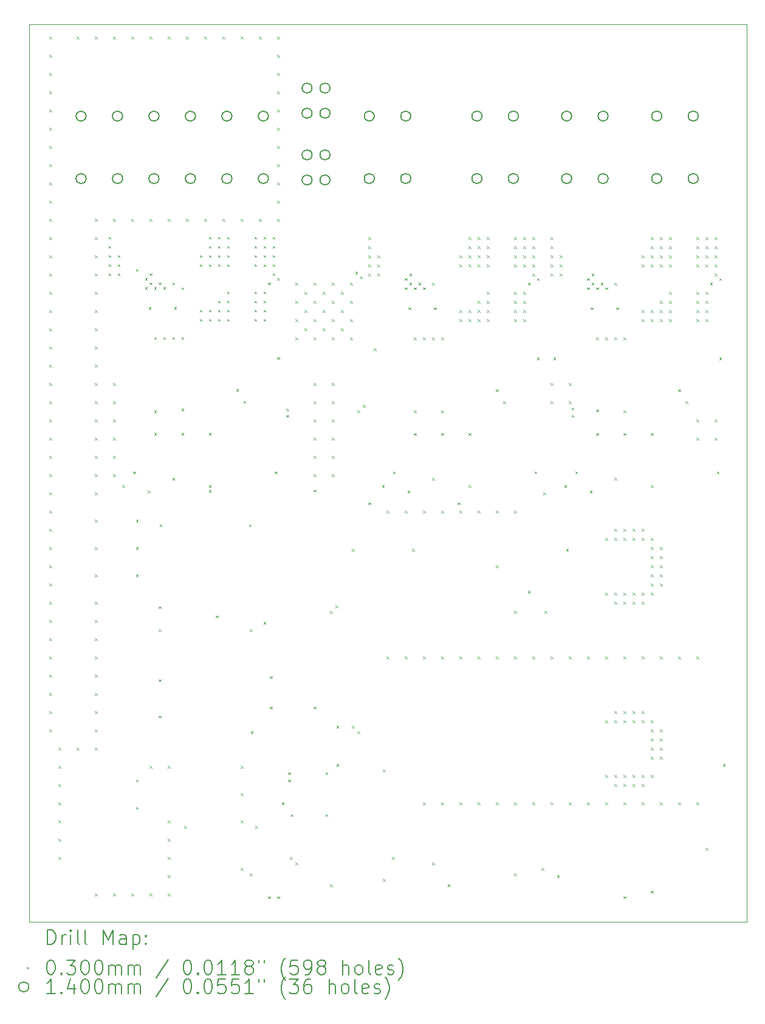
<source format=gbr>
%TF.GenerationSoftware,KiCad,Pcbnew,8.0.2*%
%TF.CreationDate,2025-02-22T15:39:26+01:00*%
%TF.ProjectId,enclosure,656e636c-6f73-4757-9265-2e6b69636164,1.0.0*%
%TF.SameCoordinates,Original*%
%TF.FileFunction,Drillmap*%
%TF.FilePolarity,Positive*%
%FSLAX45Y45*%
G04 Gerber Fmt 4.5, Leading zero omitted, Abs format (unit mm)*
G04 Created by KiCad (PCBNEW 8.0.2) date 2025-02-22 15:39:26*
%MOMM*%
%LPD*%
G01*
G04 APERTURE LIST*
%ADD10C,0.050000*%
%ADD11C,0.200000*%
%ADD12C,0.100000*%
%ADD13C,0.140000*%
G04 APERTURE END LIST*
D10*
X15000000Y-3975000D02*
X25000000Y-3975000D01*
X25000000Y-16475000D01*
X15000000Y-16475000D01*
X15000000Y-3975000D01*
D11*
D12*
X15286000Y-4141000D02*
X15316000Y-4171000D01*
X15316000Y-4141000D02*
X15286000Y-4171000D01*
X15286000Y-4395000D02*
X15316000Y-4425000D01*
X15316000Y-4395000D02*
X15286000Y-4425000D01*
X15286000Y-4649000D02*
X15316000Y-4679000D01*
X15316000Y-4649000D02*
X15286000Y-4679000D01*
X15286000Y-4903000D02*
X15316000Y-4933000D01*
X15316000Y-4903000D02*
X15286000Y-4933000D01*
X15286000Y-5157000D02*
X15316000Y-5187000D01*
X15316000Y-5157000D02*
X15286000Y-5187000D01*
X15286000Y-5411000D02*
X15316000Y-5441000D01*
X15316000Y-5411000D02*
X15286000Y-5441000D01*
X15286000Y-5665000D02*
X15316000Y-5695000D01*
X15316000Y-5665000D02*
X15286000Y-5695000D01*
X15286000Y-5919000D02*
X15316000Y-5949000D01*
X15316000Y-5919000D02*
X15286000Y-5949000D01*
X15286000Y-6173000D02*
X15316000Y-6203000D01*
X15316000Y-6173000D02*
X15286000Y-6203000D01*
X15286000Y-6427000D02*
X15316000Y-6457000D01*
X15316000Y-6427000D02*
X15286000Y-6457000D01*
X15286000Y-6681000D02*
X15316000Y-6711000D01*
X15316000Y-6681000D02*
X15286000Y-6711000D01*
X15286000Y-6935000D02*
X15316000Y-6965000D01*
X15316000Y-6935000D02*
X15286000Y-6965000D01*
X15286000Y-7189000D02*
X15316000Y-7219000D01*
X15316000Y-7189000D02*
X15286000Y-7219000D01*
X15286000Y-7443000D02*
X15316000Y-7473000D01*
X15316000Y-7443000D02*
X15286000Y-7473000D01*
X15286000Y-7697000D02*
X15316000Y-7727000D01*
X15316000Y-7697000D02*
X15286000Y-7727000D01*
X15286000Y-7951000D02*
X15316000Y-7981000D01*
X15316000Y-7951000D02*
X15286000Y-7981000D01*
X15286000Y-8205000D02*
X15316000Y-8235000D01*
X15316000Y-8205000D02*
X15286000Y-8235000D01*
X15286000Y-8459000D02*
X15316000Y-8489000D01*
X15316000Y-8459000D02*
X15286000Y-8489000D01*
X15286000Y-8713000D02*
X15316000Y-8743000D01*
X15316000Y-8713000D02*
X15286000Y-8743000D01*
X15286000Y-8967000D02*
X15316000Y-8997000D01*
X15316000Y-8967000D02*
X15286000Y-8997000D01*
X15286000Y-9221000D02*
X15316000Y-9251000D01*
X15316000Y-9221000D02*
X15286000Y-9251000D01*
X15286000Y-9475000D02*
X15316000Y-9505000D01*
X15316000Y-9475000D02*
X15286000Y-9505000D01*
X15286000Y-9729000D02*
X15316000Y-9759000D01*
X15316000Y-9729000D02*
X15286000Y-9759000D01*
X15286000Y-9983000D02*
X15316000Y-10013000D01*
X15316000Y-9983000D02*
X15286000Y-10013000D01*
X15286000Y-10237000D02*
X15316000Y-10267000D01*
X15316000Y-10237000D02*
X15286000Y-10267000D01*
X15286000Y-10491000D02*
X15316000Y-10521000D01*
X15316000Y-10491000D02*
X15286000Y-10521000D01*
X15286000Y-10745000D02*
X15316000Y-10775000D01*
X15316000Y-10745000D02*
X15286000Y-10775000D01*
X15286000Y-10999000D02*
X15316000Y-11029000D01*
X15316000Y-10999000D02*
X15286000Y-11029000D01*
X15286000Y-11253000D02*
X15316000Y-11283000D01*
X15316000Y-11253000D02*
X15286000Y-11283000D01*
X15286000Y-11507000D02*
X15316000Y-11537000D01*
X15316000Y-11507000D02*
X15286000Y-11537000D01*
X15286000Y-11761000D02*
X15316000Y-11791000D01*
X15316000Y-11761000D02*
X15286000Y-11791000D01*
X15286000Y-12015000D02*
X15316000Y-12045000D01*
X15316000Y-12015000D02*
X15286000Y-12045000D01*
X15286000Y-12269000D02*
X15316000Y-12299000D01*
X15316000Y-12269000D02*
X15286000Y-12299000D01*
X15286000Y-12523000D02*
X15316000Y-12553000D01*
X15316000Y-12523000D02*
X15286000Y-12553000D01*
X15286000Y-12777000D02*
X15316000Y-12807000D01*
X15316000Y-12777000D02*
X15286000Y-12807000D01*
X15286000Y-13031000D02*
X15316000Y-13061000D01*
X15316000Y-13031000D02*
X15286000Y-13061000D01*
X15286000Y-13285000D02*
X15316000Y-13315000D01*
X15316000Y-13285000D02*
X15286000Y-13315000D01*
X15286000Y-13539000D02*
X15316000Y-13569000D01*
X15316000Y-13539000D02*
X15286000Y-13569000D01*
X15286000Y-13793000D02*
X15316000Y-13823000D01*
X15316000Y-13793000D02*
X15286000Y-13823000D01*
X15413000Y-14047000D02*
X15443000Y-14077000D01*
X15443000Y-14047000D02*
X15413000Y-14077000D01*
X15413000Y-14301000D02*
X15443000Y-14331000D01*
X15443000Y-14301000D02*
X15413000Y-14331000D01*
X15413000Y-14555000D02*
X15443000Y-14585000D01*
X15443000Y-14555000D02*
X15413000Y-14585000D01*
X15413000Y-14809000D02*
X15443000Y-14839000D01*
X15443000Y-14809000D02*
X15413000Y-14839000D01*
X15413000Y-15063000D02*
X15443000Y-15093000D01*
X15443000Y-15063000D02*
X15413000Y-15093000D01*
X15413000Y-15317000D02*
X15443000Y-15347000D01*
X15443000Y-15317000D02*
X15413000Y-15347000D01*
X15413000Y-15571000D02*
X15443000Y-15601000D01*
X15443000Y-15571000D02*
X15413000Y-15601000D01*
X15667000Y-4141000D02*
X15697000Y-4171000D01*
X15697000Y-4141000D02*
X15667000Y-4171000D01*
X15667000Y-14047000D02*
X15697000Y-14077000D01*
X15697000Y-14047000D02*
X15667000Y-14077000D01*
X15921000Y-4141000D02*
X15951000Y-4171000D01*
X15951000Y-4141000D02*
X15921000Y-4171000D01*
X15921000Y-6681000D02*
X15951000Y-6711000D01*
X15951000Y-6681000D02*
X15921000Y-6711000D01*
X15921000Y-6935000D02*
X15951000Y-6965000D01*
X15951000Y-6935000D02*
X15921000Y-6965000D01*
X15921000Y-7189000D02*
X15951000Y-7219000D01*
X15951000Y-7189000D02*
X15921000Y-7219000D01*
X15921000Y-7443000D02*
X15951000Y-7473000D01*
X15951000Y-7443000D02*
X15921000Y-7473000D01*
X15921000Y-7697000D02*
X15951000Y-7727000D01*
X15951000Y-7697000D02*
X15921000Y-7727000D01*
X15921000Y-7951000D02*
X15951000Y-7981000D01*
X15951000Y-7951000D02*
X15921000Y-7981000D01*
X15921000Y-8205000D02*
X15951000Y-8235000D01*
X15951000Y-8205000D02*
X15921000Y-8235000D01*
X15921000Y-8459000D02*
X15951000Y-8489000D01*
X15951000Y-8459000D02*
X15921000Y-8489000D01*
X15921000Y-8713000D02*
X15951000Y-8743000D01*
X15951000Y-8713000D02*
X15921000Y-8743000D01*
X15921000Y-8967000D02*
X15951000Y-8997000D01*
X15951000Y-8967000D02*
X15921000Y-8997000D01*
X15921000Y-9221000D02*
X15951000Y-9251000D01*
X15951000Y-9221000D02*
X15921000Y-9251000D01*
X15921000Y-9475000D02*
X15951000Y-9505000D01*
X15951000Y-9475000D02*
X15921000Y-9505000D01*
X15921000Y-9729000D02*
X15951000Y-9759000D01*
X15951000Y-9729000D02*
X15921000Y-9759000D01*
X15921000Y-9983000D02*
X15951000Y-10013000D01*
X15951000Y-9983000D02*
X15921000Y-10013000D01*
X15921000Y-10237000D02*
X15951000Y-10267000D01*
X15951000Y-10237000D02*
X15921000Y-10267000D01*
X15921000Y-10491000D02*
X15951000Y-10521000D01*
X15951000Y-10491000D02*
X15921000Y-10521000D01*
X15921000Y-10872000D02*
X15951000Y-10902000D01*
X15951000Y-10872000D02*
X15921000Y-10902000D01*
X15921000Y-11253000D02*
X15951000Y-11283000D01*
X15951000Y-11253000D02*
X15921000Y-11283000D01*
X15921000Y-11634000D02*
X15951000Y-11664000D01*
X15951000Y-11634000D02*
X15921000Y-11664000D01*
X15921000Y-12015000D02*
X15951000Y-12045000D01*
X15951000Y-12015000D02*
X15921000Y-12045000D01*
X15921000Y-12269000D02*
X15951000Y-12299000D01*
X15951000Y-12269000D02*
X15921000Y-12299000D01*
X15921000Y-12523000D02*
X15951000Y-12553000D01*
X15951000Y-12523000D02*
X15921000Y-12553000D01*
X15921000Y-12777000D02*
X15951000Y-12807000D01*
X15951000Y-12777000D02*
X15921000Y-12807000D01*
X15921000Y-13031000D02*
X15951000Y-13061000D01*
X15951000Y-13031000D02*
X15921000Y-13061000D01*
X15921000Y-13285000D02*
X15951000Y-13315000D01*
X15951000Y-13285000D02*
X15921000Y-13315000D01*
X15921000Y-13539000D02*
X15951000Y-13569000D01*
X15951000Y-13539000D02*
X15921000Y-13569000D01*
X15921000Y-13793000D02*
X15951000Y-13823000D01*
X15951000Y-13793000D02*
X15921000Y-13823000D01*
X15921000Y-14047000D02*
X15951000Y-14077000D01*
X15951000Y-14047000D02*
X15921000Y-14077000D01*
X15921000Y-16079000D02*
X15951000Y-16109000D01*
X15951000Y-16079000D02*
X15921000Y-16109000D01*
X16111500Y-6933250D02*
X16141500Y-6963250D01*
X16141500Y-6933250D02*
X16111500Y-6963250D01*
X16111500Y-7060250D02*
X16141500Y-7090250D01*
X16141500Y-7060250D02*
X16111500Y-7090250D01*
X16111500Y-7187250D02*
X16141500Y-7217250D01*
X16141500Y-7187250D02*
X16111500Y-7217250D01*
X16111500Y-7314250D02*
X16141500Y-7344250D01*
X16141500Y-7314250D02*
X16111500Y-7344250D01*
X16111500Y-7441250D02*
X16141500Y-7471250D01*
X16141500Y-7441250D02*
X16111500Y-7471250D01*
X16175000Y-4141000D02*
X16205000Y-4171000D01*
X16205000Y-4141000D02*
X16175000Y-4171000D01*
X16175000Y-6681000D02*
X16205000Y-6711000D01*
X16205000Y-6681000D02*
X16175000Y-6711000D01*
X16175000Y-8967000D02*
X16205000Y-8997000D01*
X16205000Y-8967000D02*
X16175000Y-8997000D01*
X16175000Y-9221000D02*
X16205000Y-9251000D01*
X16205000Y-9221000D02*
X16175000Y-9251000D01*
X16175000Y-9475000D02*
X16205000Y-9505000D01*
X16205000Y-9475000D02*
X16175000Y-9505000D01*
X16175000Y-9729000D02*
X16205000Y-9759000D01*
X16205000Y-9729000D02*
X16175000Y-9759000D01*
X16175000Y-9983000D02*
X16205000Y-10013000D01*
X16205000Y-9983000D02*
X16175000Y-10013000D01*
X16175000Y-10237000D02*
X16205000Y-10267000D01*
X16205000Y-10237000D02*
X16175000Y-10267000D01*
X16175000Y-16079000D02*
X16205000Y-16109000D01*
X16205000Y-16079000D02*
X16175000Y-16109000D01*
X16238500Y-7187250D02*
X16268500Y-7217250D01*
X16268500Y-7187250D02*
X16238500Y-7217250D01*
X16238500Y-7314250D02*
X16268500Y-7344250D01*
X16268500Y-7314250D02*
X16238500Y-7344250D01*
X16238500Y-7441250D02*
X16268500Y-7471250D01*
X16268500Y-7441250D02*
X16238500Y-7471250D01*
X16302000Y-10389750D02*
X16332000Y-10419750D01*
X16332000Y-10389750D02*
X16302000Y-10419750D01*
X16429000Y-4141000D02*
X16459000Y-4171000D01*
X16459000Y-4141000D02*
X16429000Y-4171000D01*
X16429000Y-6681000D02*
X16459000Y-6711000D01*
X16459000Y-6681000D02*
X16429000Y-6711000D01*
X16429000Y-16079000D02*
X16459000Y-16109000D01*
X16459000Y-16079000D02*
X16429000Y-16109000D01*
X16452250Y-10198900D02*
X16482250Y-10228900D01*
X16482250Y-10198900D02*
X16452250Y-10228900D01*
X16492500Y-7379500D02*
X16522500Y-7409500D01*
X16522500Y-7379500D02*
X16492500Y-7409500D01*
X16492500Y-10872000D02*
X16522500Y-10902000D01*
X16522500Y-10872000D02*
X16492500Y-10902000D01*
X16492500Y-11253000D02*
X16522500Y-11283000D01*
X16522500Y-11253000D02*
X16492500Y-11283000D01*
X16492500Y-11634000D02*
X16522500Y-11664000D01*
X16522500Y-11634000D02*
X16492500Y-11664000D01*
X16492500Y-14491500D02*
X16522500Y-14521500D01*
X16522500Y-14491500D02*
X16492500Y-14521500D01*
X16492500Y-14872500D02*
X16522500Y-14902500D01*
X16522500Y-14872500D02*
X16492500Y-14902500D01*
X16619500Y-7504750D02*
X16649500Y-7534750D01*
X16649500Y-7504750D02*
X16619500Y-7534750D01*
X16619500Y-7631750D02*
X16649500Y-7661750D01*
X16649500Y-7631750D02*
X16619500Y-7661750D01*
X16657600Y-10465600D02*
X16687600Y-10495600D01*
X16687600Y-10465600D02*
X16657600Y-10495600D01*
X16670300Y-7911150D02*
X16700300Y-7941150D01*
X16700300Y-7911150D02*
X16670300Y-7941150D01*
X16683000Y-4141000D02*
X16713000Y-4171000D01*
X16713000Y-4141000D02*
X16683000Y-4171000D01*
X16683000Y-6681000D02*
X16713000Y-6711000D01*
X16713000Y-6681000D02*
X16683000Y-6711000D01*
X16683000Y-7441250D02*
X16713000Y-7471250D01*
X16713000Y-7441250D02*
X16683000Y-7471250D01*
X16683000Y-7568250D02*
X16713000Y-7598250D01*
X16713000Y-7568250D02*
X16683000Y-7598250D01*
X16683000Y-14301000D02*
X16713000Y-14331000D01*
X16713000Y-14301000D02*
X16683000Y-14331000D01*
X16683000Y-16079000D02*
X16713000Y-16109000D01*
X16713000Y-16079000D02*
X16683000Y-16109000D01*
X16746500Y-7631750D02*
X16776500Y-7661750D01*
X16776500Y-7631750D02*
X16746500Y-7661750D01*
X16746500Y-8330250D02*
X16776500Y-8360250D01*
X16776500Y-8330250D02*
X16746500Y-8360250D01*
X16746500Y-9348000D02*
X16776500Y-9378000D01*
X16776500Y-9348000D02*
X16746500Y-9378000D01*
X16746500Y-9663750D02*
X16776500Y-9693750D01*
X16776500Y-9663750D02*
X16746500Y-9693750D01*
X16810000Y-7568250D02*
X16840000Y-7598250D01*
X16840000Y-7568250D02*
X16810000Y-7598250D01*
X16810000Y-12078500D02*
X16840000Y-12108500D01*
X16840000Y-12078500D02*
X16810000Y-12108500D01*
X16810000Y-12396000D02*
X16840000Y-12426000D01*
X16840000Y-12396000D02*
X16810000Y-12426000D01*
X16810000Y-13094500D02*
X16840000Y-13124500D01*
X16840000Y-13094500D02*
X16810000Y-13124500D01*
X16810000Y-13602500D02*
X16840000Y-13632500D01*
X16840000Y-13602500D02*
X16810000Y-13632500D01*
X16822700Y-10935500D02*
X16852700Y-10965500D01*
X16852700Y-10935500D02*
X16822700Y-10965500D01*
X16873500Y-7631750D02*
X16903500Y-7661750D01*
X16903500Y-7631750D02*
X16873500Y-7661750D01*
X16873500Y-8330250D02*
X16903500Y-8360250D01*
X16903500Y-8330250D02*
X16873500Y-8360250D01*
X16937000Y-4141000D02*
X16967000Y-4171000D01*
X16967000Y-4141000D02*
X16937000Y-4171000D01*
X16937000Y-6681000D02*
X16967000Y-6711000D01*
X16967000Y-6681000D02*
X16937000Y-6711000D01*
X16937000Y-14301000D02*
X16967000Y-14331000D01*
X16967000Y-14301000D02*
X16937000Y-14331000D01*
X16937000Y-15063000D02*
X16967000Y-15093000D01*
X16967000Y-15063000D02*
X16937000Y-15093000D01*
X16937000Y-15317000D02*
X16967000Y-15347000D01*
X16967000Y-15317000D02*
X16937000Y-15347000D01*
X16937000Y-15571000D02*
X16967000Y-15601000D01*
X16967000Y-15571000D02*
X16937000Y-15601000D01*
X16937000Y-15825000D02*
X16967000Y-15855000D01*
X16967000Y-15825000D02*
X16937000Y-15855000D01*
X16937000Y-16079000D02*
X16967000Y-16109000D01*
X16967000Y-16079000D02*
X16937000Y-16109000D01*
X17000500Y-7568250D02*
X17030500Y-7598250D01*
X17030500Y-7568250D02*
X17000500Y-7598250D01*
X17000500Y-8330250D02*
X17030500Y-8360250D01*
X17030500Y-8330250D02*
X17000500Y-8360250D01*
X17000500Y-10287800D02*
X17030500Y-10317800D01*
X17030500Y-10287800D02*
X17000500Y-10317800D01*
X17025900Y-7911150D02*
X17055900Y-7941150D01*
X17055900Y-7911150D02*
X17025900Y-7941150D01*
X17127500Y-7633500D02*
X17157500Y-7663500D01*
X17157500Y-7633500D02*
X17127500Y-7663500D01*
X17127500Y-8330250D02*
X17157500Y-8360250D01*
X17157500Y-8330250D02*
X17127500Y-8360250D01*
X17127500Y-9322600D02*
X17157500Y-9352600D01*
X17157500Y-9322600D02*
X17127500Y-9352600D01*
X17127500Y-9663750D02*
X17157500Y-9693750D01*
X17157500Y-9663750D02*
X17127500Y-9693750D01*
X17165600Y-15139200D02*
X17195600Y-15169200D01*
X17195600Y-15139200D02*
X17165600Y-15169200D01*
X17191000Y-4141000D02*
X17221000Y-4171000D01*
X17221000Y-4141000D02*
X17191000Y-4171000D01*
X17191000Y-6681000D02*
X17221000Y-6711000D01*
X17221000Y-6681000D02*
X17191000Y-6711000D01*
X17381500Y-7187250D02*
X17411500Y-7217250D01*
X17411500Y-7187250D02*
X17381500Y-7217250D01*
X17381500Y-7314250D02*
X17411500Y-7344250D01*
X17411500Y-7314250D02*
X17381500Y-7344250D01*
X17381500Y-7949250D02*
X17411500Y-7979250D01*
X17411500Y-7949250D02*
X17381500Y-7979250D01*
X17381500Y-8076250D02*
X17411500Y-8106250D01*
X17411500Y-8076250D02*
X17381500Y-8106250D01*
X17445000Y-4141000D02*
X17475000Y-4171000D01*
X17475000Y-4141000D02*
X17445000Y-4171000D01*
X17445000Y-6681000D02*
X17475000Y-6711000D01*
X17475000Y-6681000D02*
X17445000Y-6711000D01*
X17508500Y-6933250D02*
X17538500Y-6963250D01*
X17538500Y-6933250D02*
X17508500Y-6963250D01*
X17508500Y-7060250D02*
X17538500Y-7090250D01*
X17538500Y-7060250D02*
X17508500Y-7090250D01*
X17508500Y-7187250D02*
X17538500Y-7217250D01*
X17538500Y-7187250D02*
X17508500Y-7217250D01*
X17508500Y-7314250D02*
X17538500Y-7344250D01*
X17538500Y-7314250D02*
X17508500Y-7344250D01*
X17508500Y-7949250D02*
X17538500Y-7979250D01*
X17538500Y-7949250D02*
X17508500Y-7979250D01*
X17508500Y-8076250D02*
X17538500Y-8106250D01*
X17538500Y-8076250D02*
X17508500Y-8106250D01*
X17508500Y-9663750D02*
X17538500Y-9693750D01*
X17538500Y-9663750D02*
X17508500Y-9693750D01*
X17508500Y-10389400D02*
X17538500Y-10419400D01*
X17538500Y-10389400D02*
X17508500Y-10419400D01*
X17508500Y-10460520D02*
X17538500Y-10490520D01*
X17538500Y-10460520D02*
X17508500Y-10490520D01*
X17606250Y-12205500D02*
X17636250Y-12235500D01*
X17636250Y-12205500D02*
X17606250Y-12235500D01*
X17635500Y-6933250D02*
X17665500Y-6963250D01*
X17665500Y-6933250D02*
X17635500Y-6963250D01*
X17635500Y-7060250D02*
X17665500Y-7090250D01*
X17665500Y-7060250D02*
X17635500Y-7090250D01*
X17635500Y-7187250D02*
X17665500Y-7217250D01*
X17665500Y-7187250D02*
X17635500Y-7217250D01*
X17635500Y-7314250D02*
X17665500Y-7344250D01*
X17665500Y-7314250D02*
X17635500Y-7344250D01*
X17635500Y-7822250D02*
X17665500Y-7852250D01*
X17665500Y-7822250D02*
X17635500Y-7852250D01*
X17635500Y-7949250D02*
X17665500Y-7979250D01*
X17665500Y-7949250D02*
X17635500Y-7979250D01*
X17635500Y-8076250D02*
X17665500Y-8106250D01*
X17665500Y-8076250D02*
X17635500Y-8106250D01*
X17699000Y-4141000D02*
X17729000Y-4171000D01*
X17729000Y-4141000D02*
X17699000Y-4171000D01*
X17699000Y-6681000D02*
X17729000Y-6711000D01*
X17729000Y-6681000D02*
X17699000Y-6711000D01*
X17762500Y-6933250D02*
X17792500Y-6963250D01*
X17792500Y-6933250D02*
X17762500Y-6963250D01*
X17762500Y-7060250D02*
X17792500Y-7090250D01*
X17792500Y-7060250D02*
X17762500Y-7090250D01*
X17762500Y-7187250D02*
X17792500Y-7217250D01*
X17792500Y-7187250D02*
X17762500Y-7217250D01*
X17762500Y-7314250D02*
X17792500Y-7344250D01*
X17792500Y-7314250D02*
X17762500Y-7344250D01*
X17762500Y-7695250D02*
X17792500Y-7725250D01*
X17792500Y-7695250D02*
X17762500Y-7725250D01*
X17762500Y-7822250D02*
X17792500Y-7852250D01*
X17792500Y-7822250D02*
X17762500Y-7852250D01*
X17762500Y-7949250D02*
X17792500Y-7979250D01*
X17792500Y-7949250D02*
X17762500Y-7979250D01*
X17762500Y-8076250D02*
X17792500Y-8106250D01*
X17792500Y-8076250D02*
X17762500Y-8106250D01*
X17889500Y-9054150D02*
X17919500Y-9084150D01*
X17919500Y-9054150D02*
X17889500Y-9084150D01*
X17953000Y-4141000D02*
X17983000Y-4171000D01*
X17983000Y-4141000D02*
X17953000Y-4171000D01*
X17953000Y-6681000D02*
X17983000Y-6711000D01*
X17983000Y-6681000D02*
X17953000Y-6711000D01*
X17953000Y-14301000D02*
X17983000Y-14331000D01*
X17983000Y-14301000D02*
X17953000Y-14331000D01*
X17953000Y-14682000D02*
X17983000Y-14712000D01*
X17983000Y-14682000D02*
X17953000Y-14712000D01*
X17953000Y-15063000D02*
X17983000Y-15093000D01*
X17983000Y-15063000D02*
X17953000Y-15093000D01*
X17953000Y-15723400D02*
X17983000Y-15753400D01*
X17983000Y-15723400D02*
X17953000Y-15753400D01*
X17991100Y-9219250D02*
X18021100Y-9249250D01*
X18021100Y-9219250D02*
X17991100Y-9249250D01*
X18067300Y-10935500D02*
X18097300Y-10965500D01*
X18097300Y-10935500D02*
X18067300Y-10965500D01*
X18080000Y-12396000D02*
X18110000Y-12426000D01*
X18110000Y-12396000D02*
X18080000Y-12426000D01*
X18080000Y-15799600D02*
X18110000Y-15829600D01*
X18110000Y-15799600D02*
X18080000Y-15829600D01*
X18092700Y-13818400D02*
X18122700Y-13848400D01*
X18122700Y-13818400D02*
X18092700Y-13848400D01*
X18143500Y-6933250D02*
X18173500Y-6963250D01*
X18173500Y-6933250D02*
X18143500Y-6963250D01*
X18143500Y-7060250D02*
X18173500Y-7090250D01*
X18173500Y-7060250D02*
X18143500Y-7090250D01*
X18143500Y-7187250D02*
X18173500Y-7217250D01*
X18173500Y-7187250D02*
X18143500Y-7217250D01*
X18143500Y-7314250D02*
X18173500Y-7344250D01*
X18173500Y-7314250D02*
X18143500Y-7344250D01*
X18143500Y-7695250D02*
X18173500Y-7725250D01*
X18173500Y-7695250D02*
X18143500Y-7725250D01*
X18143500Y-7822250D02*
X18173500Y-7852250D01*
X18173500Y-7822250D02*
X18143500Y-7852250D01*
X18143500Y-7949250D02*
X18173500Y-7979250D01*
X18173500Y-7949250D02*
X18143500Y-7979250D01*
X18143500Y-8076250D02*
X18173500Y-8106250D01*
X18173500Y-8076250D02*
X18143500Y-8106250D01*
X18156200Y-15139200D02*
X18186200Y-15169200D01*
X18186200Y-15139200D02*
X18156200Y-15169200D01*
X18207000Y-4141000D02*
X18237000Y-4171000D01*
X18237000Y-4141000D02*
X18207000Y-4171000D01*
X18207000Y-6681000D02*
X18237000Y-6711000D01*
X18237000Y-6681000D02*
X18207000Y-6711000D01*
X18270500Y-6933250D02*
X18300500Y-6963250D01*
X18300500Y-6933250D02*
X18270500Y-6963250D01*
X18270500Y-7060250D02*
X18300500Y-7090250D01*
X18300500Y-7060250D02*
X18270500Y-7090250D01*
X18270500Y-7187250D02*
X18300500Y-7217250D01*
X18300500Y-7187250D02*
X18270500Y-7217250D01*
X18270500Y-7314250D02*
X18300500Y-7344250D01*
X18300500Y-7314250D02*
X18270500Y-7344250D01*
X18270500Y-7695250D02*
X18300500Y-7725250D01*
X18300500Y-7695250D02*
X18270500Y-7725250D01*
X18270500Y-7822250D02*
X18300500Y-7852250D01*
X18300500Y-7822250D02*
X18270500Y-7852250D01*
X18270500Y-7949250D02*
X18300500Y-7979250D01*
X18300500Y-7949250D02*
X18270500Y-7979250D01*
X18270500Y-8076250D02*
X18300500Y-8106250D01*
X18300500Y-8076250D02*
X18270500Y-8106250D01*
X18270500Y-12294400D02*
X18300500Y-12324400D01*
X18300500Y-12294400D02*
X18270500Y-12324400D01*
X18334000Y-7568250D02*
X18364000Y-7598250D01*
X18364000Y-7568250D02*
X18334000Y-7598250D01*
X18334000Y-16117100D02*
X18364000Y-16147100D01*
X18364000Y-16117100D02*
X18334000Y-16147100D01*
X18357250Y-13054250D02*
X18387250Y-13084250D01*
X18387250Y-13054250D02*
X18357250Y-13084250D01*
X18359400Y-13475500D02*
X18389400Y-13505500D01*
X18389400Y-13475500D02*
X18359400Y-13505500D01*
X18397500Y-6933250D02*
X18427500Y-6963250D01*
X18427500Y-6933250D02*
X18397500Y-6963250D01*
X18397500Y-7060250D02*
X18427500Y-7090250D01*
X18427500Y-7060250D02*
X18397500Y-7090250D01*
X18397500Y-7187250D02*
X18427500Y-7217250D01*
X18427500Y-7187250D02*
X18397500Y-7217250D01*
X18397500Y-7314250D02*
X18427500Y-7344250D01*
X18427500Y-7314250D02*
X18397500Y-7344250D01*
X18397500Y-7441250D02*
X18427500Y-7471250D01*
X18427500Y-7441250D02*
X18397500Y-7471250D01*
X18425500Y-10198900D02*
X18455500Y-10228900D01*
X18455500Y-10198900D02*
X18425500Y-10228900D01*
X18461000Y-4141000D02*
X18491000Y-4171000D01*
X18491000Y-4141000D02*
X18461000Y-4171000D01*
X18461000Y-4395000D02*
X18491000Y-4425000D01*
X18491000Y-4395000D02*
X18461000Y-4425000D01*
X18461000Y-4649000D02*
X18491000Y-4679000D01*
X18491000Y-4649000D02*
X18461000Y-4679000D01*
X18461000Y-4903000D02*
X18491000Y-4933000D01*
X18491000Y-4903000D02*
X18461000Y-4933000D01*
X18461000Y-5157000D02*
X18491000Y-5187000D01*
X18491000Y-5157000D02*
X18461000Y-5187000D01*
X18461000Y-5411000D02*
X18491000Y-5441000D01*
X18491000Y-5411000D02*
X18461000Y-5441000D01*
X18461000Y-5665000D02*
X18491000Y-5695000D01*
X18491000Y-5665000D02*
X18461000Y-5695000D01*
X18461000Y-5919000D02*
X18491000Y-5949000D01*
X18491000Y-5919000D02*
X18461000Y-5949000D01*
X18461000Y-6173000D02*
X18491000Y-6203000D01*
X18491000Y-6173000D02*
X18461000Y-6203000D01*
X18461000Y-6427000D02*
X18491000Y-6457000D01*
X18491000Y-6427000D02*
X18461000Y-6457000D01*
X18461000Y-6681000D02*
X18491000Y-6711000D01*
X18491000Y-6681000D02*
X18461000Y-6711000D01*
X18461000Y-7504750D02*
X18491000Y-7534750D01*
X18491000Y-7504750D02*
X18461000Y-7534750D01*
X18461000Y-8609650D02*
X18491000Y-8639650D01*
X18491000Y-8609650D02*
X18461000Y-8639650D01*
X18461000Y-16117100D02*
X18491000Y-16147100D01*
X18491000Y-16117100D02*
X18461000Y-16147100D01*
X18524500Y-14809000D02*
X18554500Y-14839000D01*
X18554500Y-14809000D02*
X18524500Y-14839000D01*
X18588000Y-9322600D02*
X18618000Y-9352600D01*
X18618000Y-9322600D02*
X18588000Y-9352600D01*
X18588000Y-9411500D02*
X18618000Y-9441500D01*
X18618000Y-9411500D02*
X18588000Y-9441500D01*
X18613400Y-14389900D02*
X18643400Y-14419900D01*
X18643400Y-14389900D02*
X18613400Y-14419900D01*
X18613400Y-14491500D02*
X18643400Y-14521500D01*
X18643400Y-14491500D02*
X18613400Y-14521500D01*
X18638800Y-15571000D02*
X18668800Y-15601000D01*
X18668800Y-15571000D02*
X18638800Y-15601000D01*
X18651500Y-14974100D02*
X18681500Y-15004100D01*
X18681500Y-14974100D02*
X18651500Y-15004100D01*
X18715000Y-7570000D02*
X18745000Y-7600000D01*
X18745000Y-7570000D02*
X18715000Y-7600000D01*
X18715000Y-7824000D02*
X18745000Y-7854000D01*
X18745000Y-7824000D02*
X18715000Y-7854000D01*
X18715000Y-8078000D02*
X18745000Y-8108000D01*
X18745000Y-8078000D02*
X18715000Y-8108000D01*
X18715000Y-8332000D02*
X18745000Y-8362000D01*
X18745000Y-8332000D02*
X18715000Y-8362000D01*
X18715000Y-15647200D02*
X18745000Y-15677200D01*
X18745000Y-15647200D02*
X18715000Y-15677200D01*
X18842000Y-7697000D02*
X18872000Y-7727000D01*
X18872000Y-7697000D02*
X18842000Y-7727000D01*
X18842000Y-7951000D02*
X18872000Y-7981000D01*
X18872000Y-7951000D02*
X18842000Y-7981000D01*
X18842000Y-8205000D02*
X18872000Y-8235000D01*
X18872000Y-8205000D02*
X18842000Y-8235000D01*
X18969000Y-7570000D02*
X18999000Y-7600000D01*
X18999000Y-7570000D02*
X18969000Y-7600000D01*
X18969000Y-7824000D02*
X18999000Y-7854000D01*
X18999000Y-7824000D02*
X18969000Y-7854000D01*
X18969000Y-8078000D02*
X18999000Y-8108000D01*
X18999000Y-8078000D02*
X18969000Y-8108000D01*
X18969000Y-8332000D02*
X18999000Y-8362000D01*
X18999000Y-8332000D02*
X18969000Y-8362000D01*
X18969000Y-8967000D02*
X18999000Y-8997000D01*
X18999000Y-8967000D02*
X18969000Y-8997000D01*
X18969000Y-9221000D02*
X18999000Y-9251000D01*
X18999000Y-9221000D02*
X18969000Y-9251000D01*
X18969000Y-9475000D02*
X18999000Y-9505000D01*
X18999000Y-9475000D02*
X18969000Y-9505000D01*
X18969000Y-9729000D02*
X18999000Y-9759000D01*
X18999000Y-9729000D02*
X18969000Y-9759000D01*
X18969000Y-9983000D02*
X18999000Y-10013000D01*
X18999000Y-9983000D02*
X18969000Y-10013000D01*
X18969000Y-10237000D02*
X18999000Y-10267000D01*
X18999000Y-10237000D02*
X18969000Y-10267000D01*
X18969000Y-10452900D02*
X18999000Y-10482900D01*
X18999000Y-10452900D02*
X18969000Y-10482900D01*
X18969000Y-13475500D02*
X18999000Y-13505500D01*
X18999000Y-13475500D02*
X18969000Y-13505500D01*
X19096000Y-7697000D02*
X19126000Y-7727000D01*
X19126000Y-7697000D02*
X19096000Y-7727000D01*
X19096000Y-7951000D02*
X19126000Y-7981000D01*
X19126000Y-7951000D02*
X19096000Y-7981000D01*
X19096000Y-8205000D02*
X19126000Y-8235000D01*
X19126000Y-8205000D02*
X19096000Y-8235000D01*
X19134100Y-14389900D02*
X19164100Y-14419900D01*
X19164100Y-14389900D02*
X19134100Y-14419900D01*
X19134100Y-14974100D02*
X19164100Y-15004100D01*
X19164100Y-14974100D02*
X19134100Y-15004100D01*
X19197600Y-12142000D02*
X19227600Y-12172000D01*
X19227600Y-12142000D02*
X19197600Y-12172000D01*
X19197600Y-15952000D02*
X19227600Y-15982000D01*
X19227600Y-15952000D02*
X19197600Y-15982000D01*
X19223000Y-7570000D02*
X19253000Y-7600000D01*
X19253000Y-7570000D02*
X19223000Y-7600000D01*
X19223000Y-7824000D02*
X19253000Y-7854000D01*
X19253000Y-7824000D02*
X19223000Y-7854000D01*
X19223000Y-8078000D02*
X19253000Y-8108000D01*
X19253000Y-8078000D02*
X19223000Y-8108000D01*
X19223000Y-8332000D02*
X19253000Y-8362000D01*
X19253000Y-8332000D02*
X19223000Y-8362000D01*
X19223000Y-8967000D02*
X19253000Y-8997000D01*
X19253000Y-8967000D02*
X19223000Y-8997000D01*
X19223000Y-9221000D02*
X19253000Y-9251000D01*
X19253000Y-9221000D02*
X19223000Y-9251000D01*
X19223000Y-9475000D02*
X19253000Y-9505000D01*
X19253000Y-9475000D02*
X19223000Y-9505000D01*
X19223000Y-9729000D02*
X19253000Y-9759000D01*
X19253000Y-9729000D02*
X19223000Y-9759000D01*
X19223000Y-9983000D02*
X19253000Y-10013000D01*
X19253000Y-9983000D02*
X19223000Y-10013000D01*
X19223000Y-10237000D02*
X19253000Y-10267000D01*
X19253000Y-10237000D02*
X19223000Y-10267000D01*
X19273800Y-12065800D02*
X19303800Y-12095800D01*
X19303800Y-12065800D02*
X19273800Y-12095800D01*
X19286500Y-13742200D02*
X19316500Y-13772200D01*
X19316500Y-13742200D02*
X19286500Y-13772200D01*
X19286500Y-14275600D02*
X19316500Y-14305600D01*
X19316500Y-14275600D02*
X19286500Y-14305600D01*
X19350000Y-7697000D02*
X19380000Y-7727000D01*
X19380000Y-7697000D02*
X19350000Y-7727000D01*
X19350000Y-7951000D02*
X19380000Y-7981000D01*
X19380000Y-7951000D02*
X19350000Y-7981000D01*
X19350000Y-8205000D02*
X19380000Y-8235000D01*
X19380000Y-8205000D02*
X19350000Y-8235000D01*
X19477000Y-7570000D02*
X19507000Y-7600000D01*
X19507000Y-7570000D02*
X19477000Y-7600000D01*
X19477000Y-7824000D02*
X19507000Y-7854000D01*
X19507000Y-7824000D02*
X19477000Y-7854000D01*
X19477000Y-8078000D02*
X19507000Y-8108000D01*
X19507000Y-8078000D02*
X19477000Y-8108000D01*
X19477000Y-8332000D02*
X19507000Y-8362000D01*
X19507000Y-8332000D02*
X19477000Y-8362000D01*
X19502400Y-11278400D02*
X19532400Y-11308400D01*
X19532400Y-11278400D02*
X19502400Y-11308400D01*
X19502400Y-13742200D02*
X19532400Y-13772200D01*
X19532400Y-13742200D02*
X19502400Y-13772200D01*
X19548480Y-7417600D02*
X19578480Y-7447600D01*
X19578480Y-7417600D02*
X19548480Y-7447600D01*
X19578600Y-9348000D02*
X19608600Y-9378000D01*
X19608600Y-9348000D02*
X19578600Y-9378000D01*
X19578600Y-13818400D02*
X19608600Y-13848400D01*
X19608600Y-13818400D02*
X19578600Y-13848400D01*
X19616700Y-7481100D02*
X19646700Y-7511100D01*
X19646700Y-7481100D02*
X19616700Y-7511100D01*
X19654800Y-9271800D02*
X19684800Y-9301800D01*
X19684800Y-9271800D02*
X19654800Y-9301800D01*
X19731000Y-6935000D02*
X19761000Y-6965000D01*
X19761000Y-6935000D02*
X19731000Y-6965000D01*
X19731000Y-7062000D02*
X19761000Y-7092000D01*
X19761000Y-7062000D02*
X19731000Y-7092000D01*
X19731000Y-7189000D02*
X19761000Y-7219000D01*
X19761000Y-7189000D02*
X19731000Y-7219000D01*
X19731000Y-7316000D02*
X19761000Y-7346000D01*
X19761000Y-7316000D02*
X19731000Y-7346000D01*
X19731000Y-7443000D02*
X19761000Y-7473000D01*
X19761000Y-7443000D02*
X19731000Y-7473000D01*
X19731000Y-10630700D02*
X19761000Y-10660700D01*
X19761000Y-10630700D02*
X19731000Y-10660700D01*
X19807200Y-8484400D02*
X19837200Y-8514400D01*
X19837200Y-8484400D02*
X19807200Y-8514400D01*
X19858000Y-7189000D02*
X19888000Y-7219000D01*
X19888000Y-7189000D02*
X19858000Y-7219000D01*
X19858000Y-7316000D02*
X19888000Y-7346000D01*
X19888000Y-7316000D02*
X19858000Y-7346000D01*
X19858000Y-7443000D02*
X19888000Y-7473000D01*
X19888000Y-7443000D02*
X19858000Y-7473000D01*
X19921500Y-10389750D02*
X19951500Y-10419750D01*
X19951500Y-10389750D02*
X19921500Y-10419750D01*
X19934200Y-14351800D02*
X19964200Y-14381800D01*
X19964200Y-14351800D02*
X19934200Y-14381800D01*
X19934200Y-15875800D02*
X19964200Y-15905800D01*
X19964200Y-15875800D02*
X19934200Y-15905800D01*
X19985000Y-10745000D02*
X20015000Y-10775000D01*
X20015000Y-10745000D02*
X19985000Y-10775000D01*
X19985000Y-12777000D02*
X20015000Y-12807000D01*
X20015000Y-12777000D02*
X19985000Y-12807000D01*
X20061200Y-15571000D02*
X20091200Y-15601000D01*
X20091200Y-15571000D02*
X20061200Y-15601000D01*
X20071750Y-10198900D02*
X20101750Y-10228900D01*
X20101750Y-10198900D02*
X20071750Y-10228900D01*
X20239000Y-7506500D02*
X20269000Y-7536500D01*
X20269000Y-7506500D02*
X20239000Y-7536500D01*
X20239000Y-7633500D02*
X20269000Y-7663500D01*
X20269000Y-7633500D02*
X20239000Y-7663500D01*
X20239000Y-10745000D02*
X20269000Y-10775000D01*
X20269000Y-10745000D02*
X20239000Y-10775000D01*
X20239000Y-12777000D02*
X20269000Y-12807000D01*
X20269000Y-12777000D02*
X20239000Y-12807000D01*
X20277100Y-10465600D02*
X20307100Y-10495600D01*
X20307100Y-10465600D02*
X20277100Y-10495600D01*
X20289800Y-7912900D02*
X20319800Y-7942900D01*
X20319800Y-7912900D02*
X20289800Y-7942900D01*
X20302500Y-7443000D02*
X20332500Y-7473000D01*
X20332500Y-7443000D02*
X20302500Y-7473000D01*
X20302500Y-7570000D02*
X20332500Y-7600000D01*
X20332500Y-7570000D02*
X20302500Y-7600000D01*
X20340600Y-11278400D02*
X20370600Y-11308400D01*
X20370600Y-11278400D02*
X20340600Y-11308400D01*
X20366000Y-7633500D02*
X20396000Y-7663500D01*
X20396000Y-7633500D02*
X20366000Y-7663500D01*
X20366000Y-8332000D02*
X20396000Y-8362000D01*
X20396000Y-8332000D02*
X20366000Y-8362000D01*
X20366000Y-9348000D02*
X20396000Y-9378000D01*
X20396000Y-9348000D02*
X20366000Y-9378000D01*
X20366000Y-9665500D02*
X20396000Y-9695500D01*
X20396000Y-9665500D02*
X20366000Y-9695500D01*
X20429500Y-7570000D02*
X20459500Y-7600000D01*
X20459500Y-7570000D02*
X20429500Y-7600000D01*
X20493000Y-7633500D02*
X20523000Y-7663500D01*
X20523000Y-7633500D02*
X20493000Y-7663500D01*
X20493000Y-8332000D02*
X20523000Y-8362000D01*
X20523000Y-8332000D02*
X20493000Y-8362000D01*
X20493000Y-10745000D02*
X20523000Y-10775000D01*
X20523000Y-10745000D02*
X20493000Y-10775000D01*
X20493000Y-12777000D02*
X20523000Y-12807000D01*
X20523000Y-12777000D02*
X20493000Y-12807000D01*
X20493000Y-14809000D02*
X20523000Y-14839000D01*
X20523000Y-14809000D02*
X20493000Y-14839000D01*
X20620000Y-7570000D02*
X20650000Y-7600000D01*
X20650000Y-7570000D02*
X20620000Y-7600000D01*
X20620000Y-8332000D02*
X20650000Y-8362000D01*
X20650000Y-8332000D02*
X20620000Y-8362000D01*
X20620000Y-10287800D02*
X20650000Y-10317800D01*
X20650000Y-10287800D02*
X20620000Y-10317800D01*
X20620000Y-15647200D02*
X20650000Y-15677200D01*
X20650000Y-15647200D02*
X20620000Y-15677200D01*
X20645400Y-7912900D02*
X20675400Y-7942900D01*
X20675400Y-7912900D02*
X20645400Y-7942900D01*
X20747000Y-8332000D02*
X20777000Y-8362000D01*
X20777000Y-8332000D02*
X20747000Y-8362000D01*
X20747000Y-9348000D02*
X20777000Y-9378000D01*
X20777000Y-9348000D02*
X20747000Y-9378000D01*
X20747000Y-9665500D02*
X20777000Y-9695500D01*
X20777000Y-9665500D02*
X20747000Y-9695500D01*
X20747000Y-10745000D02*
X20777000Y-10775000D01*
X20777000Y-10745000D02*
X20747000Y-10775000D01*
X20747000Y-12777000D02*
X20777000Y-12807000D01*
X20777000Y-12777000D02*
X20747000Y-12807000D01*
X20747000Y-14809000D02*
X20777000Y-14839000D01*
X20777000Y-14809000D02*
X20747000Y-14839000D01*
X20835900Y-15952000D02*
X20865900Y-15982000D01*
X20865900Y-15952000D02*
X20835900Y-15982000D01*
X20975600Y-10630700D02*
X21005600Y-10660700D01*
X21005600Y-10630700D02*
X20975600Y-10660700D01*
X21001000Y-7189000D02*
X21031000Y-7219000D01*
X21031000Y-7189000D02*
X21001000Y-7219000D01*
X21001000Y-7316000D02*
X21031000Y-7346000D01*
X21031000Y-7316000D02*
X21001000Y-7346000D01*
X21001000Y-7951000D02*
X21031000Y-7981000D01*
X21031000Y-7951000D02*
X21001000Y-7981000D01*
X21001000Y-8078000D02*
X21031000Y-8108000D01*
X21031000Y-8078000D02*
X21001000Y-8108000D01*
X21001000Y-10745000D02*
X21031000Y-10775000D01*
X21031000Y-10745000D02*
X21001000Y-10775000D01*
X21001000Y-12777000D02*
X21031000Y-12807000D01*
X21031000Y-12777000D02*
X21001000Y-12807000D01*
X21001000Y-14809000D02*
X21031000Y-14839000D01*
X21031000Y-14809000D02*
X21001000Y-14839000D01*
X21128000Y-6935000D02*
X21158000Y-6965000D01*
X21158000Y-6935000D02*
X21128000Y-6965000D01*
X21128000Y-7062000D02*
X21158000Y-7092000D01*
X21158000Y-7062000D02*
X21128000Y-7092000D01*
X21128000Y-7189000D02*
X21158000Y-7219000D01*
X21158000Y-7189000D02*
X21128000Y-7219000D01*
X21128000Y-7316000D02*
X21158000Y-7346000D01*
X21158000Y-7316000D02*
X21128000Y-7346000D01*
X21128000Y-7951000D02*
X21158000Y-7981000D01*
X21158000Y-7951000D02*
X21128000Y-7981000D01*
X21128000Y-8078000D02*
X21158000Y-8108000D01*
X21158000Y-8078000D02*
X21128000Y-8108000D01*
X21128000Y-9665500D02*
X21158000Y-9695500D01*
X21158000Y-9665500D02*
X21128000Y-9695500D01*
X21128000Y-10389400D02*
X21158000Y-10419400D01*
X21158000Y-10389400D02*
X21128000Y-10419400D01*
X21255000Y-6935000D02*
X21285000Y-6965000D01*
X21285000Y-6935000D02*
X21255000Y-6965000D01*
X21255000Y-7062000D02*
X21285000Y-7092000D01*
X21285000Y-7062000D02*
X21255000Y-7092000D01*
X21255000Y-7189000D02*
X21285000Y-7219000D01*
X21285000Y-7189000D02*
X21255000Y-7219000D01*
X21255000Y-7316000D02*
X21285000Y-7346000D01*
X21285000Y-7316000D02*
X21255000Y-7346000D01*
X21255000Y-7824000D02*
X21285000Y-7854000D01*
X21285000Y-7824000D02*
X21255000Y-7854000D01*
X21255000Y-7951000D02*
X21285000Y-7981000D01*
X21285000Y-7951000D02*
X21255000Y-7981000D01*
X21255000Y-8078000D02*
X21285000Y-8108000D01*
X21285000Y-8078000D02*
X21255000Y-8108000D01*
X21255000Y-10745000D02*
X21285000Y-10775000D01*
X21285000Y-10745000D02*
X21255000Y-10775000D01*
X21255000Y-12777000D02*
X21285000Y-12807000D01*
X21285000Y-12777000D02*
X21255000Y-12807000D01*
X21255000Y-14809000D02*
X21285000Y-14839000D01*
X21285000Y-14809000D02*
X21255000Y-14839000D01*
X21382000Y-6935000D02*
X21412000Y-6965000D01*
X21412000Y-6935000D02*
X21382000Y-6965000D01*
X21382000Y-7062000D02*
X21412000Y-7092000D01*
X21412000Y-7062000D02*
X21382000Y-7092000D01*
X21382000Y-7189000D02*
X21412000Y-7219000D01*
X21412000Y-7189000D02*
X21382000Y-7219000D01*
X21382000Y-7316000D02*
X21412000Y-7346000D01*
X21412000Y-7316000D02*
X21382000Y-7346000D01*
X21382000Y-7697000D02*
X21412000Y-7727000D01*
X21412000Y-7697000D02*
X21382000Y-7727000D01*
X21382000Y-7824000D02*
X21412000Y-7854000D01*
X21412000Y-7824000D02*
X21382000Y-7854000D01*
X21382000Y-7951000D02*
X21412000Y-7981000D01*
X21412000Y-7951000D02*
X21382000Y-7981000D01*
X21382000Y-8078000D02*
X21412000Y-8108000D01*
X21412000Y-8078000D02*
X21382000Y-8108000D01*
X21509000Y-9055900D02*
X21539000Y-9085900D01*
X21539000Y-9055900D02*
X21509000Y-9085900D01*
X21509000Y-10745000D02*
X21539000Y-10775000D01*
X21539000Y-10745000D02*
X21509000Y-10775000D01*
X21509000Y-11507000D02*
X21539000Y-11537000D01*
X21539000Y-11507000D02*
X21509000Y-11537000D01*
X21509000Y-12777000D02*
X21539000Y-12807000D01*
X21539000Y-12777000D02*
X21509000Y-12807000D01*
X21509000Y-14809000D02*
X21539000Y-14839000D01*
X21539000Y-14809000D02*
X21509000Y-14839000D01*
X21610600Y-9221000D02*
X21640600Y-9251000D01*
X21640600Y-9221000D02*
X21610600Y-9251000D01*
X21763000Y-6935000D02*
X21793000Y-6965000D01*
X21793000Y-6935000D02*
X21763000Y-6965000D01*
X21763000Y-7062000D02*
X21793000Y-7092000D01*
X21793000Y-7062000D02*
X21763000Y-7092000D01*
X21763000Y-7189000D02*
X21793000Y-7219000D01*
X21793000Y-7189000D02*
X21763000Y-7219000D01*
X21763000Y-7316000D02*
X21793000Y-7346000D01*
X21793000Y-7316000D02*
X21763000Y-7346000D01*
X21763000Y-7697000D02*
X21793000Y-7727000D01*
X21793000Y-7697000D02*
X21763000Y-7727000D01*
X21763000Y-7824000D02*
X21793000Y-7854000D01*
X21793000Y-7824000D02*
X21763000Y-7854000D01*
X21763000Y-7951000D02*
X21793000Y-7981000D01*
X21793000Y-7951000D02*
X21763000Y-7981000D01*
X21763000Y-8078000D02*
X21793000Y-8108000D01*
X21793000Y-8078000D02*
X21763000Y-8108000D01*
X21763000Y-10745000D02*
X21793000Y-10775000D01*
X21793000Y-10745000D02*
X21763000Y-10775000D01*
X21763000Y-12142000D02*
X21793000Y-12172000D01*
X21793000Y-12142000D02*
X21763000Y-12172000D01*
X21763000Y-12777000D02*
X21793000Y-12807000D01*
X21793000Y-12777000D02*
X21763000Y-12807000D01*
X21763000Y-14809000D02*
X21793000Y-14839000D01*
X21793000Y-14809000D02*
X21763000Y-14839000D01*
X21763000Y-15799600D02*
X21793000Y-15829600D01*
X21793000Y-15799600D02*
X21763000Y-15829600D01*
X21890000Y-6935000D02*
X21920000Y-6965000D01*
X21920000Y-6935000D02*
X21890000Y-6965000D01*
X21890000Y-7062000D02*
X21920000Y-7092000D01*
X21920000Y-7062000D02*
X21890000Y-7092000D01*
X21890000Y-7189000D02*
X21920000Y-7219000D01*
X21920000Y-7189000D02*
X21890000Y-7219000D01*
X21890000Y-7316000D02*
X21920000Y-7346000D01*
X21920000Y-7316000D02*
X21890000Y-7346000D01*
X21890000Y-7697000D02*
X21920000Y-7727000D01*
X21920000Y-7697000D02*
X21890000Y-7727000D01*
X21890000Y-7824000D02*
X21920000Y-7854000D01*
X21920000Y-7824000D02*
X21890000Y-7854000D01*
X21890000Y-7951000D02*
X21920000Y-7981000D01*
X21920000Y-7951000D02*
X21890000Y-7981000D01*
X21890000Y-8078000D02*
X21920000Y-8108000D01*
X21920000Y-8078000D02*
X21890000Y-8108000D01*
X21953500Y-7570000D02*
X21983500Y-7600000D01*
X21983500Y-7570000D02*
X21953500Y-7600000D01*
X21953500Y-11862600D02*
X21983500Y-11892600D01*
X21983500Y-11862600D02*
X21953500Y-11892600D01*
X22017000Y-6935000D02*
X22047000Y-6965000D01*
X22047000Y-6935000D02*
X22017000Y-6965000D01*
X22017000Y-7062000D02*
X22047000Y-7092000D01*
X22047000Y-7062000D02*
X22017000Y-7092000D01*
X22017000Y-7189000D02*
X22047000Y-7219000D01*
X22047000Y-7189000D02*
X22017000Y-7219000D01*
X22017000Y-7316000D02*
X22047000Y-7346000D01*
X22047000Y-7316000D02*
X22017000Y-7346000D01*
X22017000Y-7443000D02*
X22047000Y-7473000D01*
X22047000Y-7443000D02*
X22017000Y-7473000D01*
X22017000Y-12777000D02*
X22047000Y-12807000D01*
X22047000Y-12777000D02*
X22017000Y-12807000D01*
X22017000Y-14809000D02*
X22047000Y-14839000D01*
X22047000Y-14809000D02*
X22017000Y-14839000D01*
X22045000Y-10198900D02*
X22075000Y-10228900D01*
X22075000Y-10198900D02*
X22045000Y-10228900D01*
X22080500Y-7506500D02*
X22110500Y-7536500D01*
X22110500Y-7506500D02*
X22080500Y-7536500D01*
X22080500Y-8611400D02*
X22110500Y-8641400D01*
X22110500Y-8611400D02*
X22080500Y-8641400D01*
X22144000Y-15723400D02*
X22174000Y-15753400D01*
X22174000Y-15723400D02*
X22144000Y-15753400D01*
X22169400Y-10491000D02*
X22199400Y-10521000D01*
X22199400Y-10491000D02*
X22169400Y-10521000D01*
X22183140Y-12143500D02*
X22213140Y-12173500D01*
X22213140Y-12143500D02*
X22183140Y-12173500D01*
X22271000Y-6935000D02*
X22301000Y-6965000D01*
X22301000Y-6935000D02*
X22271000Y-6965000D01*
X22271000Y-7062000D02*
X22301000Y-7092000D01*
X22301000Y-7062000D02*
X22271000Y-7092000D01*
X22271000Y-7189000D02*
X22301000Y-7219000D01*
X22301000Y-7189000D02*
X22271000Y-7219000D01*
X22271000Y-7316000D02*
X22301000Y-7346000D01*
X22301000Y-7316000D02*
X22271000Y-7346000D01*
X22271000Y-7443000D02*
X22301000Y-7473000D01*
X22301000Y-7443000D02*
X22271000Y-7473000D01*
X22271000Y-8967000D02*
X22301000Y-8997000D01*
X22301000Y-8967000D02*
X22271000Y-8997000D01*
X22271000Y-9221000D02*
X22301000Y-9251000D01*
X22301000Y-9221000D02*
X22271000Y-9251000D01*
X22271000Y-12777000D02*
X22301000Y-12807000D01*
X22301000Y-12777000D02*
X22271000Y-12807000D01*
X22271000Y-14809000D02*
X22301000Y-14839000D01*
X22301000Y-14809000D02*
X22271000Y-14839000D01*
X22309100Y-8611400D02*
X22339100Y-8641400D01*
X22339100Y-8611400D02*
X22309100Y-8641400D01*
X22359900Y-15825000D02*
X22389900Y-15855000D01*
X22389900Y-15825000D02*
X22359900Y-15855000D01*
X22398000Y-7189000D02*
X22428000Y-7219000D01*
X22428000Y-7189000D02*
X22398000Y-7219000D01*
X22398000Y-7316000D02*
X22428000Y-7346000D01*
X22428000Y-7316000D02*
X22398000Y-7346000D01*
X22398000Y-7443000D02*
X22428000Y-7473000D01*
X22428000Y-7443000D02*
X22398000Y-7473000D01*
X22461500Y-10389750D02*
X22491500Y-10419750D01*
X22491500Y-10389750D02*
X22461500Y-10419750D01*
X22486900Y-11278400D02*
X22516900Y-11308400D01*
X22516900Y-11278400D02*
X22486900Y-11308400D01*
X22525000Y-8967000D02*
X22555000Y-8997000D01*
X22555000Y-8967000D02*
X22525000Y-8997000D01*
X22525000Y-9221000D02*
X22555000Y-9251000D01*
X22555000Y-9221000D02*
X22525000Y-9251000D01*
X22525000Y-12777000D02*
X22555000Y-12807000D01*
X22555000Y-12777000D02*
X22525000Y-12807000D01*
X22525000Y-14809000D02*
X22555000Y-14839000D01*
X22555000Y-14809000D02*
X22525000Y-14839000D01*
X22563100Y-9309900D02*
X22593100Y-9339900D01*
X22593100Y-9309900D02*
X22563100Y-9339900D01*
X22563100Y-9411500D02*
X22593100Y-9441500D01*
X22593100Y-9411500D02*
X22563100Y-9441500D01*
X22611750Y-10198900D02*
X22641750Y-10228900D01*
X22641750Y-10198900D02*
X22611750Y-10228900D01*
X22779000Y-7506500D02*
X22809000Y-7536500D01*
X22809000Y-7506500D02*
X22779000Y-7536500D01*
X22779000Y-7633500D02*
X22809000Y-7663500D01*
X22809000Y-7633500D02*
X22779000Y-7663500D01*
X22779000Y-12777000D02*
X22809000Y-12807000D01*
X22809000Y-12777000D02*
X22779000Y-12807000D01*
X22779000Y-14809000D02*
X22809000Y-14839000D01*
X22809000Y-14809000D02*
X22779000Y-14839000D01*
X22817100Y-10465600D02*
X22847100Y-10495600D01*
X22847100Y-10465600D02*
X22817100Y-10495600D01*
X22829800Y-7912900D02*
X22859800Y-7942900D01*
X22859800Y-7912900D02*
X22829800Y-7942900D01*
X22842500Y-7443000D02*
X22872500Y-7473000D01*
X22872500Y-7443000D02*
X22842500Y-7473000D01*
X22842500Y-7570000D02*
X22872500Y-7600000D01*
X22872500Y-7570000D02*
X22842500Y-7600000D01*
X22906000Y-7633500D02*
X22936000Y-7663500D01*
X22936000Y-7633500D02*
X22906000Y-7663500D01*
X22906000Y-8332000D02*
X22936000Y-8362000D01*
X22936000Y-8332000D02*
X22906000Y-8362000D01*
X22906000Y-9335300D02*
X22936000Y-9365300D01*
X22936000Y-9335300D02*
X22906000Y-9365300D01*
X22906000Y-9665500D02*
X22936000Y-9695500D01*
X22936000Y-9665500D02*
X22906000Y-9695500D01*
X22969500Y-7570000D02*
X22999500Y-7600000D01*
X22999500Y-7570000D02*
X22969500Y-7600000D01*
X23033000Y-7633500D02*
X23063000Y-7663500D01*
X23063000Y-7633500D02*
X23033000Y-7663500D01*
X23033000Y-8332000D02*
X23063000Y-8362000D01*
X23063000Y-8332000D02*
X23033000Y-8362000D01*
X23033000Y-11126000D02*
X23063000Y-11156000D01*
X23063000Y-11126000D02*
X23033000Y-11156000D01*
X23033000Y-11888000D02*
X23063000Y-11918000D01*
X23063000Y-11888000D02*
X23033000Y-11918000D01*
X23033000Y-12777000D02*
X23063000Y-12807000D01*
X23063000Y-12777000D02*
X23033000Y-12807000D01*
X23033000Y-13666000D02*
X23063000Y-13696000D01*
X23063000Y-13666000D02*
X23033000Y-13696000D01*
X23033000Y-14428000D02*
X23063000Y-14458000D01*
X23063000Y-14428000D02*
X23033000Y-14458000D01*
X23033000Y-14809000D02*
X23063000Y-14839000D01*
X23063000Y-14809000D02*
X23033000Y-14839000D01*
X23160000Y-7570000D02*
X23190000Y-7600000D01*
X23190000Y-7570000D02*
X23160000Y-7600000D01*
X23160000Y-8332000D02*
X23190000Y-8362000D01*
X23190000Y-8332000D02*
X23160000Y-8362000D01*
X23160000Y-10287800D02*
X23190000Y-10317800D01*
X23190000Y-10287800D02*
X23160000Y-10317800D01*
X23160000Y-10999000D02*
X23190000Y-11029000D01*
X23190000Y-10999000D02*
X23160000Y-11029000D01*
X23160000Y-11126000D02*
X23190000Y-11156000D01*
X23190000Y-11126000D02*
X23160000Y-11156000D01*
X23160000Y-11888000D02*
X23190000Y-11918000D01*
X23190000Y-11888000D02*
X23160000Y-11918000D01*
X23160000Y-12015000D02*
X23190000Y-12045000D01*
X23190000Y-12015000D02*
X23160000Y-12045000D01*
X23160000Y-13539000D02*
X23190000Y-13569000D01*
X23190000Y-13539000D02*
X23160000Y-13569000D01*
X23160000Y-13666000D02*
X23190000Y-13696000D01*
X23190000Y-13666000D02*
X23160000Y-13696000D01*
X23160000Y-14428000D02*
X23190000Y-14458000D01*
X23190000Y-14428000D02*
X23160000Y-14458000D01*
X23160000Y-14555000D02*
X23190000Y-14585000D01*
X23190000Y-14555000D02*
X23160000Y-14585000D01*
X23185400Y-7912900D02*
X23215400Y-7942900D01*
X23215400Y-7912900D02*
X23185400Y-7942900D01*
X23287000Y-8332000D02*
X23317000Y-8362000D01*
X23317000Y-8332000D02*
X23287000Y-8362000D01*
X23287000Y-9348000D02*
X23317000Y-9378000D01*
X23317000Y-9348000D02*
X23287000Y-9378000D01*
X23287000Y-9665500D02*
X23317000Y-9695500D01*
X23317000Y-9665500D02*
X23287000Y-9695500D01*
X23287000Y-10999000D02*
X23317000Y-11029000D01*
X23317000Y-10999000D02*
X23287000Y-11029000D01*
X23287000Y-11126000D02*
X23317000Y-11156000D01*
X23317000Y-11126000D02*
X23287000Y-11156000D01*
X23287000Y-11888000D02*
X23317000Y-11918000D01*
X23317000Y-11888000D02*
X23287000Y-11918000D01*
X23287000Y-12015000D02*
X23317000Y-12045000D01*
X23317000Y-12015000D02*
X23287000Y-12045000D01*
X23287000Y-12777000D02*
X23317000Y-12807000D01*
X23317000Y-12777000D02*
X23287000Y-12807000D01*
X23287000Y-13539000D02*
X23317000Y-13569000D01*
X23317000Y-13539000D02*
X23287000Y-13569000D01*
X23287000Y-13666000D02*
X23317000Y-13696000D01*
X23317000Y-13666000D02*
X23287000Y-13696000D01*
X23287000Y-14428000D02*
X23317000Y-14458000D01*
X23317000Y-14428000D02*
X23287000Y-14458000D01*
X23287000Y-14555000D02*
X23317000Y-14585000D01*
X23317000Y-14555000D02*
X23287000Y-14585000D01*
X23287000Y-14809000D02*
X23317000Y-14839000D01*
X23317000Y-14809000D02*
X23287000Y-14839000D01*
X23287000Y-16117100D02*
X23317000Y-16147100D01*
X23317000Y-16117100D02*
X23287000Y-16147100D01*
X23414000Y-10999000D02*
X23444000Y-11029000D01*
X23444000Y-10999000D02*
X23414000Y-11029000D01*
X23414000Y-11126000D02*
X23444000Y-11156000D01*
X23444000Y-11126000D02*
X23414000Y-11156000D01*
X23414000Y-11888000D02*
X23444000Y-11918000D01*
X23444000Y-11888000D02*
X23414000Y-11918000D01*
X23414000Y-12015000D02*
X23444000Y-12045000D01*
X23444000Y-12015000D02*
X23414000Y-12045000D01*
X23414000Y-13539000D02*
X23444000Y-13569000D01*
X23444000Y-13539000D02*
X23414000Y-13569000D01*
X23414000Y-13666000D02*
X23444000Y-13696000D01*
X23444000Y-13666000D02*
X23414000Y-13696000D01*
X23414000Y-14428000D02*
X23444000Y-14458000D01*
X23444000Y-14428000D02*
X23414000Y-14458000D01*
X23414000Y-14555000D02*
X23444000Y-14585000D01*
X23444000Y-14555000D02*
X23414000Y-14585000D01*
X23541000Y-7189000D02*
X23571000Y-7219000D01*
X23571000Y-7189000D02*
X23541000Y-7219000D01*
X23541000Y-7316000D02*
X23571000Y-7346000D01*
X23571000Y-7316000D02*
X23541000Y-7346000D01*
X23541000Y-7951000D02*
X23571000Y-7981000D01*
X23571000Y-7951000D02*
X23541000Y-7981000D01*
X23541000Y-8078000D02*
X23571000Y-8108000D01*
X23571000Y-8078000D02*
X23541000Y-8108000D01*
X23541000Y-10999000D02*
X23571000Y-11029000D01*
X23571000Y-10999000D02*
X23541000Y-11029000D01*
X23541000Y-11126000D02*
X23571000Y-11156000D01*
X23571000Y-11126000D02*
X23541000Y-11156000D01*
X23541000Y-11888000D02*
X23571000Y-11918000D01*
X23571000Y-11888000D02*
X23541000Y-11918000D01*
X23541000Y-12015000D02*
X23571000Y-12045000D01*
X23571000Y-12015000D02*
X23541000Y-12045000D01*
X23541000Y-12777000D02*
X23571000Y-12807000D01*
X23571000Y-12777000D02*
X23541000Y-12807000D01*
X23541000Y-13539000D02*
X23571000Y-13569000D01*
X23571000Y-13539000D02*
X23541000Y-13569000D01*
X23541000Y-13666000D02*
X23571000Y-13696000D01*
X23571000Y-13666000D02*
X23541000Y-13696000D01*
X23541000Y-14428000D02*
X23571000Y-14458000D01*
X23571000Y-14428000D02*
X23541000Y-14458000D01*
X23541000Y-14555000D02*
X23571000Y-14585000D01*
X23571000Y-14555000D02*
X23541000Y-14585000D01*
X23541000Y-14809000D02*
X23571000Y-14839000D01*
X23571000Y-14809000D02*
X23541000Y-14839000D01*
X23668000Y-6935000D02*
X23698000Y-6965000D01*
X23698000Y-6935000D02*
X23668000Y-6965000D01*
X23668000Y-7062000D02*
X23698000Y-7092000D01*
X23698000Y-7062000D02*
X23668000Y-7092000D01*
X23668000Y-7189000D02*
X23698000Y-7219000D01*
X23698000Y-7189000D02*
X23668000Y-7219000D01*
X23668000Y-7316000D02*
X23698000Y-7346000D01*
X23698000Y-7316000D02*
X23668000Y-7346000D01*
X23668000Y-7951000D02*
X23698000Y-7981000D01*
X23698000Y-7951000D02*
X23668000Y-7981000D01*
X23668000Y-8078000D02*
X23698000Y-8108000D01*
X23698000Y-8078000D02*
X23668000Y-8108000D01*
X23668000Y-9665500D02*
X23698000Y-9695500D01*
X23698000Y-9665500D02*
X23668000Y-9695500D01*
X23668000Y-10389400D02*
X23698000Y-10419400D01*
X23698000Y-10389400D02*
X23668000Y-10419400D01*
X23668000Y-11126000D02*
X23698000Y-11156000D01*
X23698000Y-11126000D02*
X23668000Y-11156000D01*
X23668000Y-11253000D02*
X23698000Y-11283000D01*
X23698000Y-11253000D02*
X23668000Y-11283000D01*
X23668000Y-11380000D02*
X23698000Y-11410000D01*
X23698000Y-11380000D02*
X23668000Y-11410000D01*
X23668000Y-11507000D02*
X23698000Y-11537000D01*
X23698000Y-11507000D02*
X23668000Y-11537000D01*
X23668000Y-11634000D02*
X23698000Y-11664000D01*
X23698000Y-11634000D02*
X23668000Y-11664000D01*
X23668000Y-11761000D02*
X23698000Y-11791000D01*
X23698000Y-11761000D02*
X23668000Y-11791000D01*
X23668000Y-11888000D02*
X23698000Y-11918000D01*
X23698000Y-11888000D02*
X23668000Y-11918000D01*
X23668000Y-13666000D02*
X23698000Y-13696000D01*
X23698000Y-13666000D02*
X23668000Y-13696000D01*
X23668000Y-13793000D02*
X23698000Y-13823000D01*
X23698000Y-13793000D02*
X23668000Y-13823000D01*
X23668000Y-13920000D02*
X23698000Y-13950000D01*
X23698000Y-13920000D02*
X23668000Y-13950000D01*
X23668000Y-14047000D02*
X23698000Y-14077000D01*
X23698000Y-14047000D02*
X23668000Y-14077000D01*
X23668000Y-14174000D02*
X23698000Y-14204000D01*
X23698000Y-14174000D02*
X23668000Y-14204000D01*
X23668000Y-14428000D02*
X23698000Y-14458000D01*
X23698000Y-14428000D02*
X23668000Y-14458000D01*
X23668000Y-16040900D02*
X23698000Y-16070900D01*
X23698000Y-16040900D02*
X23668000Y-16070900D01*
X23795000Y-6935000D02*
X23825000Y-6965000D01*
X23825000Y-6935000D02*
X23795000Y-6965000D01*
X23795000Y-7062000D02*
X23825000Y-7092000D01*
X23825000Y-7062000D02*
X23795000Y-7092000D01*
X23795000Y-7189000D02*
X23825000Y-7219000D01*
X23825000Y-7189000D02*
X23795000Y-7219000D01*
X23795000Y-7316000D02*
X23825000Y-7346000D01*
X23825000Y-7316000D02*
X23795000Y-7346000D01*
X23795000Y-7824000D02*
X23825000Y-7854000D01*
X23825000Y-7824000D02*
X23795000Y-7854000D01*
X23795000Y-7951000D02*
X23825000Y-7981000D01*
X23825000Y-7951000D02*
X23795000Y-7981000D01*
X23795000Y-8078000D02*
X23825000Y-8108000D01*
X23825000Y-8078000D02*
X23795000Y-8108000D01*
X23795000Y-11253000D02*
X23825000Y-11283000D01*
X23825000Y-11253000D02*
X23795000Y-11283000D01*
X23795000Y-11380000D02*
X23825000Y-11410000D01*
X23825000Y-11380000D02*
X23795000Y-11410000D01*
X23795000Y-11507000D02*
X23825000Y-11537000D01*
X23825000Y-11507000D02*
X23795000Y-11537000D01*
X23795000Y-11634000D02*
X23825000Y-11664000D01*
X23825000Y-11634000D02*
X23795000Y-11664000D01*
X23795000Y-11761000D02*
X23825000Y-11791000D01*
X23825000Y-11761000D02*
X23795000Y-11791000D01*
X23795000Y-12777000D02*
X23825000Y-12807000D01*
X23825000Y-12777000D02*
X23795000Y-12807000D01*
X23795000Y-13793000D02*
X23825000Y-13823000D01*
X23825000Y-13793000D02*
X23795000Y-13823000D01*
X23795000Y-13920000D02*
X23825000Y-13950000D01*
X23825000Y-13920000D02*
X23795000Y-13950000D01*
X23795000Y-14047000D02*
X23825000Y-14077000D01*
X23825000Y-14047000D02*
X23795000Y-14077000D01*
X23795000Y-14174000D02*
X23825000Y-14204000D01*
X23825000Y-14174000D02*
X23795000Y-14204000D01*
X23795000Y-14809000D02*
X23825000Y-14839000D01*
X23825000Y-14809000D02*
X23795000Y-14839000D01*
X23922000Y-6935000D02*
X23952000Y-6965000D01*
X23952000Y-6935000D02*
X23922000Y-6965000D01*
X23922000Y-7062000D02*
X23952000Y-7092000D01*
X23952000Y-7062000D02*
X23922000Y-7092000D01*
X23922000Y-7189000D02*
X23952000Y-7219000D01*
X23952000Y-7189000D02*
X23922000Y-7219000D01*
X23922000Y-7316000D02*
X23952000Y-7346000D01*
X23952000Y-7316000D02*
X23922000Y-7346000D01*
X23922000Y-7697000D02*
X23952000Y-7727000D01*
X23952000Y-7697000D02*
X23922000Y-7727000D01*
X23922000Y-7824000D02*
X23952000Y-7854000D01*
X23952000Y-7824000D02*
X23922000Y-7854000D01*
X23922000Y-7951000D02*
X23952000Y-7981000D01*
X23952000Y-7951000D02*
X23922000Y-7981000D01*
X23922000Y-8078000D02*
X23952000Y-8108000D01*
X23952000Y-8078000D02*
X23922000Y-8108000D01*
X24049000Y-9055900D02*
X24079000Y-9085900D01*
X24079000Y-9055900D02*
X24049000Y-9085900D01*
X24049000Y-12777000D02*
X24079000Y-12807000D01*
X24079000Y-12777000D02*
X24049000Y-12807000D01*
X24049000Y-14809000D02*
X24079000Y-14839000D01*
X24079000Y-14809000D02*
X24049000Y-14839000D01*
X24150600Y-9221000D02*
X24180600Y-9251000D01*
X24180600Y-9221000D02*
X24150600Y-9251000D01*
X24303000Y-6935000D02*
X24333000Y-6965000D01*
X24333000Y-6935000D02*
X24303000Y-6965000D01*
X24303000Y-7062000D02*
X24333000Y-7092000D01*
X24333000Y-7062000D02*
X24303000Y-7092000D01*
X24303000Y-7189000D02*
X24333000Y-7219000D01*
X24333000Y-7189000D02*
X24303000Y-7219000D01*
X24303000Y-7316000D02*
X24333000Y-7346000D01*
X24333000Y-7316000D02*
X24303000Y-7346000D01*
X24303000Y-7697000D02*
X24333000Y-7727000D01*
X24333000Y-7697000D02*
X24303000Y-7727000D01*
X24303000Y-7824000D02*
X24333000Y-7854000D01*
X24333000Y-7824000D02*
X24303000Y-7854000D01*
X24303000Y-7951000D02*
X24333000Y-7981000D01*
X24333000Y-7951000D02*
X24303000Y-7981000D01*
X24303000Y-8078000D02*
X24333000Y-8108000D01*
X24333000Y-8078000D02*
X24303000Y-8108000D01*
X24303000Y-9475000D02*
X24333000Y-9505000D01*
X24333000Y-9475000D02*
X24303000Y-9505000D01*
X24303000Y-9729000D02*
X24333000Y-9759000D01*
X24333000Y-9729000D02*
X24303000Y-9759000D01*
X24303000Y-12777000D02*
X24333000Y-12807000D01*
X24333000Y-12777000D02*
X24303000Y-12807000D01*
X24303000Y-14809000D02*
X24333000Y-14839000D01*
X24333000Y-14809000D02*
X24303000Y-14839000D01*
X24430000Y-6935000D02*
X24460000Y-6965000D01*
X24460000Y-6935000D02*
X24430000Y-6965000D01*
X24430000Y-7062000D02*
X24460000Y-7092000D01*
X24460000Y-7062000D02*
X24430000Y-7092000D01*
X24430000Y-7189000D02*
X24460000Y-7219000D01*
X24460000Y-7189000D02*
X24430000Y-7219000D01*
X24430000Y-7316000D02*
X24460000Y-7346000D01*
X24460000Y-7316000D02*
X24430000Y-7346000D01*
X24430000Y-7697000D02*
X24460000Y-7727000D01*
X24460000Y-7697000D02*
X24430000Y-7727000D01*
X24430000Y-7824000D02*
X24460000Y-7854000D01*
X24460000Y-7824000D02*
X24430000Y-7854000D01*
X24430000Y-7951000D02*
X24460000Y-7981000D01*
X24460000Y-7951000D02*
X24430000Y-7981000D01*
X24430000Y-8078000D02*
X24460000Y-8108000D01*
X24460000Y-8078000D02*
X24430000Y-8108000D01*
X24430000Y-15444000D02*
X24460000Y-15474000D01*
X24460000Y-15444000D02*
X24430000Y-15474000D01*
X24493500Y-7570000D02*
X24523500Y-7600000D01*
X24523500Y-7570000D02*
X24493500Y-7600000D01*
X24557000Y-6935000D02*
X24587000Y-6965000D01*
X24587000Y-6935000D02*
X24557000Y-6965000D01*
X24557000Y-7062000D02*
X24587000Y-7092000D01*
X24587000Y-7062000D02*
X24557000Y-7092000D01*
X24557000Y-7189000D02*
X24587000Y-7219000D01*
X24587000Y-7189000D02*
X24557000Y-7219000D01*
X24557000Y-7316000D02*
X24587000Y-7346000D01*
X24587000Y-7316000D02*
X24557000Y-7346000D01*
X24557000Y-7443000D02*
X24587000Y-7473000D01*
X24587000Y-7443000D02*
X24557000Y-7473000D01*
X24557000Y-9475000D02*
X24587000Y-9505000D01*
X24587000Y-9475000D02*
X24557000Y-9505000D01*
X24557000Y-9729000D02*
X24587000Y-9759000D01*
X24587000Y-9729000D02*
X24557000Y-9759000D01*
X24585000Y-10198900D02*
X24615000Y-10228900D01*
X24615000Y-10198900D02*
X24585000Y-10228900D01*
X24620500Y-7506500D02*
X24650500Y-7536500D01*
X24650500Y-7506500D02*
X24620500Y-7536500D01*
X24620500Y-8611400D02*
X24650500Y-8641400D01*
X24650500Y-8611400D02*
X24620500Y-8641400D01*
X24671300Y-14275600D02*
X24701300Y-14305600D01*
X24701300Y-14275600D02*
X24671300Y-14305600D01*
D13*
X15796000Y-5250000D02*
G75*
G02*
X15656000Y-5250000I-70000J0D01*
G01*
X15656000Y-5250000D02*
G75*
G02*
X15796000Y-5250000I70000J0D01*
G01*
X15796000Y-6120000D02*
G75*
G02*
X15656000Y-6120000I-70000J0D01*
G01*
X15656000Y-6120000D02*
G75*
G02*
X15796000Y-6120000I70000J0D01*
G01*
X16304000Y-5250000D02*
G75*
G02*
X16164000Y-5250000I-70000J0D01*
G01*
X16164000Y-5250000D02*
G75*
G02*
X16304000Y-5250000I70000J0D01*
G01*
X16304000Y-6120000D02*
G75*
G02*
X16164000Y-6120000I-70000J0D01*
G01*
X16164000Y-6120000D02*
G75*
G02*
X16304000Y-6120000I70000J0D01*
G01*
X16812000Y-5250000D02*
G75*
G02*
X16672000Y-5250000I-70000J0D01*
G01*
X16672000Y-5250000D02*
G75*
G02*
X16812000Y-5250000I70000J0D01*
G01*
X16812000Y-6120000D02*
G75*
G02*
X16672000Y-6120000I-70000J0D01*
G01*
X16672000Y-6120000D02*
G75*
G02*
X16812000Y-6120000I70000J0D01*
G01*
X17320000Y-5250000D02*
G75*
G02*
X17180000Y-5250000I-70000J0D01*
G01*
X17180000Y-5250000D02*
G75*
G02*
X17320000Y-5250000I70000J0D01*
G01*
X17320000Y-6120000D02*
G75*
G02*
X17180000Y-6120000I-70000J0D01*
G01*
X17180000Y-6120000D02*
G75*
G02*
X17320000Y-6120000I70000J0D01*
G01*
X17828000Y-5250000D02*
G75*
G02*
X17688000Y-5250000I-70000J0D01*
G01*
X17688000Y-5250000D02*
G75*
G02*
X17828000Y-5250000I70000J0D01*
G01*
X17828000Y-6120000D02*
G75*
G02*
X17688000Y-6120000I-70000J0D01*
G01*
X17688000Y-6120000D02*
G75*
G02*
X17828000Y-6120000I70000J0D01*
G01*
X18336000Y-5250000D02*
G75*
G02*
X18196000Y-5250000I-70000J0D01*
G01*
X18196000Y-5250000D02*
G75*
G02*
X18336000Y-5250000I70000J0D01*
G01*
X18336000Y-6120000D02*
G75*
G02*
X18196000Y-6120000I-70000J0D01*
G01*
X18196000Y-6120000D02*
G75*
G02*
X18336000Y-6120000I70000J0D01*
G01*
X18945000Y-4860000D02*
G75*
G02*
X18805000Y-4860000I-70000J0D01*
G01*
X18805000Y-4860000D02*
G75*
G02*
X18945000Y-4860000I70000J0D01*
G01*
X18945000Y-5210000D02*
G75*
G02*
X18805000Y-5210000I-70000J0D01*
G01*
X18805000Y-5210000D02*
G75*
G02*
X18945000Y-5210000I70000J0D01*
G01*
X18945000Y-5790000D02*
G75*
G02*
X18805000Y-5790000I-70000J0D01*
G01*
X18805000Y-5790000D02*
G75*
G02*
X18945000Y-5790000I70000J0D01*
G01*
X18945000Y-6140000D02*
G75*
G02*
X18805000Y-6140000I-70000J0D01*
G01*
X18805000Y-6140000D02*
G75*
G02*
X18945000Y-6140000I70000J0D01*
G01*
X19195000Y-4860000D02*
G75*
G02*
X19055000Y-4860000I-70000J0D01*
G01*
X19055000Y-4860000D02*
G75*
G02*
X19195000Y-4860000I70000J0D01*
G01*
X19195000Y-5210000D02*
G75*
G02*
X19055000Y-5210000I-70000J0D01*
G01*
X19055000Y-5210000D02*
G75*
G02*
X19195000Y-5210000I70000J0D01*
G01*
X19195000Y-5790000D02*
G75*
G02*
X19055000Y-5790000I-70000J0D01*
G01*
X19055000Y-5790000D02*
G75*
G02*
X19195000Y-5790000I70000J0D01*
G01*
X19195000Y-6140000D02*
G75*
G02*
X19055000Y-6140000I-70000J0D01*
G01*
X19055000Y-6140000D02*
G75*
G02*
X19195000Y-6140000I70000J0D01*
G01*
X19812000Y-5250000D02*
G75*
G02*
X19672000Y-5250000I-70000J0D01*
G01*
X19672000Y-5250000D02*
G75*
G02*
X19812000Y-5250000I70000J0D01*
G01*
X19812000Y-6120000D02*
G75*
G02*
X19672000Y-6120000I-70000J0D01*
G01*
X19672000Y-6120000D02*
G75*
G02*
X19812000Y-6120000I70000J0D01*
G01*
X20320000Y-5250000D02*
G75*
G02*
X20180000Y-5250000I-70000J0D01*
G01*
X20180000Y-5250000D02*
G75*
G02*
X20320000Y-5250000I70000J0D01*
G01*
X20320000Y-6120000D02*
G75*
G02*
X20180000Y-6120000I-70000J0D01*
G01*
X20180000Y-6120000D02*
G75*
G02*
X20320000Y-6120000I70000J0D01*
G01*
X21312000Y-5250000D02*
G75*
G02*
X21172000Y-5250000I-70000J0D01*
G01*
X21172000Y-5250000D02*
G75*
G02*
X21312000Y-5250000I70000J0D01*
G01*
X21312000Y-6120000D02*
G75*
G02*
X21172000Y-6120000I-70000J0D01*
G01*
X21172000Y-6120000D02*
G75*
G02*
X21312000Y-6120000I70000J0D01*
G01*
X21820000Y-5250000D02*
G75*
G02*
X21680000Y-5250000I-70000J0D01*
G01*
X21680000Y-5250000D02*
G75*
G02*
X21820000Y-5250000I70000J0D01*
G01*
X21820000Y-6120000D02*
G75*
G02*
X21680000Y-6120000I-70000J0D01*
G01*
X21680000Y-6120000D02*
G75*
G02*
X21820000Y-6120000I70000J0D01*
G01*
X22562000Y-5250000D02*
G75*
G02*
X22422000Y-5250000I-70000J0D01*
G01*
X22422000Y-5250000D02*
G75*
G02*
X22562000Y-5250000I70000J0D01*
G01*
X22562000Y-6120000D02*
G75*
G02*
X22422000Y-6120000I-70000J0D01*
G01*
X22422000Y-6120000D02*
G75*
G02*
X22562000Y-6120000I70000J0D01*
G01*
X23070000Y-5250000D02*
G75*
G02*
X22930000Y-5250000I-70000J0D01*
G01*
X22930000Y-5250000D02*
G75*
G02*
X23070000Y-5250000I70000J0D01*
G01*
X23070000Y-6120000D02*
G75*
G02*
X22930000Y-6120000I-70000J0D01*
G01*
X22930000Y-6120000D02*
G75*
G02*
X23070000Y-6120000I70000J0D01*
G01*
X23818000Y-5250000D02*
G75*
G02*
X23678000Y-5250000I-70000J0D01*
G01*
X23678000Y-5250000D02*
G75*
G02*
X23818000Y-5250000I70000J0D01*
G01*
X23818000Y-6120000D02*
G75*
G02*
X23678000Y-6120000I-70000J0D01*
G01*
X23678000Y-6120000D02*
G75*
G02*
X23818000Y-6120000I70000J0D01*
G01*
X24326000Y-5250000D02*
G75*
G02*
X24186000Y-5250000I-70000J0D01*
G01*
X24186000Y-5250000D02*
G75*
G02*
X24326000Y-5250000I70000J0D01*
G01*
X24326000Y-6120000D02*
G75*
G02*
X24186000Y-6120000I-70000J0D01*
G01*
X24186000Y-6120000D02*
G75*
G02*
X24326000Y-6120000I70000J0D01*
G01*
D11*
X15258277Y-16788984D02*
X15258277Y-16588984D01*
X15258277Y-16588984D02*
X15305896Y-16588984D01*
X15305896Y-16588984D02*
X15334467Y-16598508D01*
X15334467Y-16598508D02*
X15353515Y-16617555D01*
X15353515Y-16617555D02*
X15363039Y-16636603D01*
X15363039Y-16636603D02*
X15372562Y-16674698D01*
X15372562Y-16674698D02*
X15372562Y-16703269D01*
X15372562Y-16703269D02*
X15363039Y-16741365D01*
X15363039Y-16741365D02*
X15353515Y-16760412D01*
X15353515Y-16760412D02*
X15334467Y-16779460D01*
X15334467Y-16779460D02*
X15305896Y-16788984D01*
X15305896Y-16788984D02*
X15258277Y-16788984D01*
X15458277Y-16788984D02*
X15458277Y-16655650D01*
X15458277Y-16693746D02*
X15467801Y-16674698D01*
X15467801Y-16674698D02*
X15477324Y-16665174D01*
X15477324Y-16665174D02*
X15496372Y-16655650D01*
X15496372Y-16655650D02*
X15515420Y-16655650D01*
X15582086Y-16788984D02*
X15582086Y-16655650D01*
X15582086Y-16588984D02*
X15572562Y-16598508D01*
X15572562Y-16598508D02*
X15582086Y-16608031D01*
X15582086Y-16608031D02*
X15591610Y-16598508D01*
X15591610Y-16598508D02*
X15582086Y-16588984D01*
X15582086Y-16588984D02*
X15582086Y-16608031D01*
X15705896Y-16788984D02*
X15686848Y-16779460D01*
X15686848Y-16779460D02*
X15677324Y-16760412D01*
X15677324Y-16760412D02*
X15677324Y-16588984D01*
X15810658Y-16788984D02*
X15791610Y-16779460D01*
X15791610Y-16779460D02*
X15782086Y-16760412D01*
X15782086Y-16760412D02*
X15782086Y-16588984D01*
X16039229Y-16788984D02*
X16039229Y-16588984D01*
X16039229Y-16588984D02*
X16105896Y-16731841D01*
X16105896Y-16731841D02*
X16172562Y-16588984D01*
X16172562Y-16588984D02*
X16172562Y-16788984D01*
X16353515Y-16788984D02*
X16353515Y-16684222D01*
X16353515Y-16684222D02*
X16343991Y-16665174D01*
X16343991Y-16665174D02*
X16324943Y-16655650D01*
X16324943Y-16655650D02*
X16286848Y-16655650D01*
X16286848Y-16655650D02*
X16267801Y-16665174D01*
X16353515Y-16779460D02*
X16334467Y-16788984D01*
X16334467Y-16788984D02*
X16286848Y-16788984D01*
X16286848Y-16788984D02*
X16267801Y-16779460D01*
X16267801Y-16779460D02*
X16258277Y-16760412D01*
X16258277Y-16760412D02*
X16258277Y-16741365D01*
X16258277Y-16741365D02*
X16267801Y-16722317D01*
X16267801Y-16722317D02*
X16286848Y-16712793D01*
X16286848Y-16712793D02*
X16334467Y-16712793D01*
X16334467Y-16712793D02*
X16353515Y-16703269D01*
X16448753Y-16655650D02*
X16448753Y-16855650D01*
X16448753Y-16665174D02*
X16467801Y-16655650D01*
X16467801Y-16655650D02*
X16505896Y-16655650D01*
X16505896Y-16655650D02*
X16524943Y-16665174D01*
X16524943Y-16665174D02*
X16534467Y-16674698D01*
X16534467Y-16674698D02*
X16543991Y-16693746D01*
X16543991Y-16693746D02*
X16543991Y-16750888D01*
X16543991Y-16750888D02*
X16534467Y-16769936D01*
X16534467Y-16769936D02*
X16524943Y-16779460D01*
X16524943Y-16779460D02*
X16505896Y-16788984D01*
X16505896Y-16788984D02*
X16467801Y-16788984D01*
X16467801Y-16788984D02*
X16448753Y-16779460D01*
X16629705Y-16769936D02*
X16639229Y-16779460D01*
X16639229Y-16779460D02*
X16629705Y-16788984D01*
X16629705Y-16788984D02*
X16620182Y-16779460D01*
X16620182Y-16779460D02*
X16629705Y-16769936D01*
X16629705Y-16769936D02*
X16629705Y-16788984D01*
X16629705Y-16665174D02*
X16639229Y-16674698D01*
X16639229Y-16674698D02*
X16629705Y-16684222D01*
X16629705Y-16684222D02*
X16620182Y-16674698D01*
X16620182Y-16674698D02*
X16629705Y-16665174D01*
X16629705Y-16665174D02*
X16629705Y-16684222D01*
D12*
X14967500Y-17102500D02*
X14997500Y-17132500D01*
X14997500Y-17102500D02*
X14967500Y-17132500D01*
D11*
X15296372Y-17008984D02*
X15315420Y-17008984D01*
X15315420Y-17008984D02*
X15334467Y-17018508D01*
X15334467Y-17018508D02*
X15343991Y-17028031D01*
X15343991Y-17028031D02*
X15353515Y-17047079D01*
X15353515Y-17047079D02*
X15363039Y-17085174D01*
X15363039Y-17085174D02*
X15363039Y-17132793D01*
X15363039Y-17132793D02*
X15353515Y-17170889D01*
X15353515Y-17170889D02*
X15343991Y-17189936D01*
X15343991Y-17189936D02*
X15334467Y-17199460D01*
X15334467Y-17199460D02*
X15315420Y-17208984D01*
X15315420Y-17208984D02*
X15296372Y-17208984D01*
X15296372Y-17208984D02*
X15277324Y-17199460D01*
X15277324Y-17199460D02*
X15267801Y-17189936D01*
X15267801Y-17189936D02*
X15258277Y-17170889D01*
X15258277Y-17170889D02*
X15248753Y-17132793D01*
X15248753Y-17132793D02*
X15248753Y-17085174D01*
X15248753Y-17085174D02*
X15258277Y-17047079D01*
X15258277Y-17047079D02*
X15267801Y-17028031D01*
X15267801Y-17028031D02*
X15277324Y-17018508D01*
X15277324Y-17018508D02*
X15296372Y-17008984D01*
X15448753Y-17189936D02*
X15458277Y-17199460D01*
X15458277Y-17199460D02*
X15448753Y-17208984D01*
X15448753Y-17208984D02*
X15439229Y-17199460D01*
X15439229Y-17199460D02*
X15448753Y-17189936D01*
X15448753Y-17189936D02*
X15448753Y-17208984D01*
X15524943Y-17008984D02*
X15648753Y-17008984D01*
X15648753Y-17008984D02*
X15582086Y-17085174D01*
X15582086Y-17085174D02*
X15610658Y-17085174D01*
X15610658Y-17085174D02*
X15629705Y-17094698D01*
X15629705Y-17094698D02*
X15639229Y-17104222D01*
X15639229Y-17104222D02*
X15648753Y-17123270D01*
X15648753Y-17123270D02*
X15648753Y-17170889D01*
X15648753Y-17170889D02*
X15639229Y-17189936D01*
X15639229Y-17189936D02*
X15629705Y-17199460D01*
X15629705Y-17199460D02*
X15610658Y-17208984D01*
X15610658Y-17208984D02*
X15553515Y-17208984D01*
X15553515Y-17208984D02*
X15534467Y-17199460D01*
X15534467Y-17199460D02*
X15524943Y-17189936D01*
X15772562Y-17008984D02*
X15791610Y-17008984D01*
X15791610Y-17008984D02*
X15810658Y-17018508D01*
X15810658Y-17018508D02*
X15820182Y-17028031D01*
X15820182Y-17028031D02*
X15829705Y-17047079D01*
X15829705Y-17047079D02*
X15839229Y-17085174D01*
X15839229Y-17085174D02*
X15839229Y-17132793D01*
X15839229Y-17132793D02*
X15829705Y-17170889D01*
X15829705Y-17170889D02*
X15820182Y-17189936D01*
X15820182Y-17189936D02*
X15810658Y-17199460D01*
X15810658Y-17199460D02*
X15791610Y-17208984D01*
X15791610Y-17208984D02*
X15772562Y-17208984D01*
X15772562Y-17208984D02*
X15753515Y-17199460D01*
X15753515Y-17199460D02*
X15743991Y-17189936D01*
X15743991Y-17189936D02*
X15734467Y-17170889D01*
X15734467Y-17170889D02*
X15724943Y-17132793D01*
X15724943Y-17132793D02*
X15724943Y-17085174D01*
X15724943Y-17085174D02*
X15734467Y-17047079D01*
X15734467Y-17047079D02*
X15743991Y-17028031D01*
X15743991Y-17028031D02*
X15753515Y-17018508D01*
X15753515Y-17018508D02*
X15772562Y-17008984D01*
X15963039Y-17008984D02*
X15982086Y-17008984D01*
X15982086Y-17008984D02*
X16001134Y-17018508D01*
X16001134Y-17018508D02*
X16010658Y-17028031D01*
X16010658Y-17028031D02*
X16020182Y-17047079D01*
X16020182Y-17047079D02*
X16029705Y-17085174D01*
X16029705Y-17085174D02*
X16029705Y-17132793D01*
X16029705Y-17132793D02*
X16020182Y-17170889D01*
X16020182Y-17170889D02*
X16010658Y-17189936D01*
X16010658Y-17189936D02*
X16001134Y-17199460D01*
X16001134Y-17199460D02*
X15982086Y-17208984D01*
X15982086Y-17208984D02*
X15963039Y-17208984D01*
X15963039Y-17208984D02*
X15943991Y-17199460D01*
X15943991Y-17199460D02*
X15934467Y-17189936D01*
X15934467Y-17189936D02*
X15924943Y-17170889D01*
X15924943Y-17170889D02*
X15915420Y-17132793D01*
X15915420Y-17132793D02*
X15915420Y-17085174D01*
X15915420Y-17085174D02*
X15924943Y-17047079D01*
X15924943Y-17047079D02*
X15934467Y-17028031D01*
X15934467Y-17028031D02*
X15943991Y-17018508D01*
X15943991Y-17018508D02*
X15963039Y-17008984D01*
X16115420Y-17208984D02*
X16115420Y-17075650D01*
X16115420Y-17094698D02*
X16124943Y-17085174D01*
X16124943Y-17085174D02*
X16143991Y-17075650D01*
X16143991Y-17075650D02*
X16172563Y-17075650D01*
X16172563Y-17075650D02*
X16191610Y-17085174D01*
X16191610Y-17085174D02*
X16201134Y-17104222D01*
X16201134Y-17104222D02*
X16201134Y-17208984D01*
X16201134Y-17104222D02*
X16210658Y-17085174D01*
X16210658Y-17085174D02*
X16229705Y-17075650D01*
X16229705Y-17075650D02*
X16258277Y-17075650D01*
X16258277Y-17075650D02*
X16277324Y-17085174D01*
X16277324Y-17085174D02*
X16286848Y-17104222D01*
X16286848Y-17104222D02*
X16286848Y-17208984D01*
X16382086Y-17208984D02*
X16382086Y-17075650D01*
X16382086Y-17094698D02*
X16391610Y-17085174D01*
X16391610Y-17085174D02*
X16410658Y-17075650D01*
X16410658Y-17075650D02*
X16439229Y-17075650D01*
X16439229Y-17075650D02*
X16458277Y-17085174D01*
X16458277Y-17085174D02*
X16467801Y-17104222D01*
X16467801Y-17104222D02*
X16467801Y-17208984D01*
X16467801Y-17104222D02*
X16477324Y-17085174D01*
X16477324Y-17085174D02*
X16496372Y-17075650D01*
X16496372Y-17075650D02*
X16524943Y-17075650D01*
X16524943Y-17075650D02*
X16543991Y-17085174D01*
X16543991Y-17085174D02*
X16553515Y-17104222D01*
X16553515Y-17104222D02*
X16553515Y-17208984D01*
X16943991Y-16999460D02*
X16772563Y-17256603D01*
X17201134Y-17008984D02*
X17220182Y-17008984D01*
X17220182Y-17008984D02*
X17239229Y-17018508D01*
X17239229Y-17018508D02*
X17248753Y-17028031D01*
X17248753Y-17028031D02*
X17258277Y-17047079D01*
X17258277Y-17047079D02*
X17267801Y-17085174D01*
X17267801Y-17085174D02*
X17267801Y-17132793D01*
X17267801Y-17132793D02*
X17258277Y-17170889D01*
X17258277Y-17170889D02*
X17248753Y-17189936D01*
X17248753Y-17189936D02*
X17239229Y-17199460D01*
X17239229Y-17199460D02*
X17220182Y-17208984D01*
X17220182Y-17208984D02*
X17201134Y-17208984D01*
X17201134Y-17208984D02*
X17182087Y-17199460D01*
X17182087Y-17199460D02*
X17172563Y-17189936D01*
X17172563Y-17189936D02*
X17163039Y-17170889D01*
X17163039Y-17170889D02*
X17153515Y-17132793D01*
X17153515Y-17132793D02*
X17153515Y-17085174D01*
X17153515Y-17085174D02*
X17163039Y-17047079D01*
X17163039Y-17047079D02*
X17172563Y-17028031D01*
X17172563Y-17028031D02*
X17182087Y-17018508D01*
X17182087Y-17018508D02*
X17201134Y-17008984D01*
X17353515Y-17189936D02*
X17363039Y-17199460D01*
X17363039Y-17199460D02*
X17353515Y-17208984D01*
X17353515Y-17208984D02*
X17343991Y-17199460D01*
X17343991Y-17199460D02*
X17353515Y-17189936D01*
X17353515Y-17189936D02*
X17353515Y-17208984D01*
X17486848Y-17008984D02*
X17505896Y-17008984D01*
X17505896Y-17008984D02*
X17524944Y-17018508D01*
X17524944Y-17018508D02*
X17534468Y-17028031D01*
X17534468Y-17028031D02*
X17543991Y-17047079D01*
X17543991Y-17047079D02*
X17553515Y-17085174D01*
X17553515Y-17085174D02*
X17553515Y-17132793D01*
X17553515Y-17132793D02*
X17543991Y-17170889D01*
X17543991Y-17170889D02*
X17534468Y-17189936D01*
X17534468Y-17189936D02*
X17524944Y-17199460D01*
X17524944Y-17199460D02*
X17505896Y-17208984D01*
X17505896Y-17208984D02*
X17486848Y-17208984D01*
X17486848Y-17208984D02*
X17467801Y-17199460D01*
X17467801Y-17199460D02*
X17458277Y-17189936D01*
X17458277Y-17189936D02*
X17448753Y-17170889D01*
X17448753Y-17170889D02*
X17439229Y-17132793D01*
X17439229Y-17132793D02*
X17439229Y-17085174D01*
X17439229Y-17085174D02*
X17448753Y-17047079D01*
X17448753Y-17047079D02*
X17458277Y-17028031D01*
X17458277Y-17028031D02*
X17467801Y-17018508D01*
X17467801Y-17018508D02*
X17486848Y-17008984D01*
X17743991Y-17208984D02*
X17629706Y-17208984D01*
X17686848Y-17208984D02*
X17686848Y-17008984D01*
X17686848Y-17008984D02*
X17667801Y-17037555D01*
X17667801Y-17037555D02*
X17648753Y-17056603D01*
X17648753Y-17056603D02*
X17629706Y-17066127D01*
X17934468Y-17208984D02*
X17820182Y-17208984D01*
X17877325Y-17208984D02*
X17877325Y-17008984D01*
X17877325Y-17008984D02*
X17858277Y-17037555D01*
X17858277Y-17037555D02*
X17839229Y-17056603D01*
X17839229Y-17056603D02*
X17820182Y-17066127D01*
X18048753Y-17094698D02*
X18029706Y-17085174D01*
X18029706Y-17085174D02*
X18020182Y-17075650D01*
X18020182Y-17075650D02*
X18010658Y-17056603D01*
X18010658Y-17056603D02*
X18010658Y-17047079D01*
X18010658Y-17047079D02*
X18020182Y-17028031D01*
X18020182Y-17028031D02*
X18029706Y-17018508D01*
X18029706Y-17018508D02*
X18048753Y-17008984D01*
X18048753Y-17008984D02*
X18086849Y-17008984D01*
X18086849Y-17008984D02*
X18105896Y-17018508D01*
X18105896Y-17018508D02*
X18115420Y-17028031D01*
X18115420Y-17028031D02*
X18124944Y-17047079D01*
X18124944Y-17047079D02*
X18124944Y-17056603D01*
X18124944Y-17056603D02*
X18115420Y-17075650D01*
X18115420Y-17075650D02*
X18105896Y-17085174D01*
X18105896Y-17085174D02*
X18086849Y-17094698D01*
X18086849Y-17094698D02*
X18048753Y-17094698D01*
X18048753Y-17094698D02*
X18029706Y-17104222D01*
X18029706Y-17104222D02*
X18020182Y-17113746D01*
X18020182Y-17113746D02*
X18010658Y-17132793D01*
X18010658Y-17132793D02*
X18010658Y-17170889D01*
X18010658Y-17170889D02*
X18020182Y-17189936D01*
X18020182Y-17189936D02*
X18029706Y-17199460D01*
X18029706Y-17199460D02*
X18048753Y-17208984D01*
X18048753Y-17208984D02*
X18086849Y-17208984D01*
X18086849Y-17208984D02*
X18105896Y-17199460D01*
X18105896Y-17199460D02*
X18115420Y-17189936D01*
X18115420Y-17189936D02*
X18124944Y-17170889D01*
X18124944Y-17170889D02*
X18124944Y-17132793D01*
X18124944Y-17132793D02*
X18115420Y-17113746D01*
X18115420Y-17113746D02*
X18105896Y-17104222D01*
X18105896Y-17104222D02*
X18086849Y-17094698D01*
X18201134Y-17008984D02*
X18201134Y-17047079D01*
X18277325Y-17008984D02*
X18277325Y-17047079D01*
X18572563Y-17285174D02*
X18563039Y-17275650D01*
X18563039Y-17275650D02*
X18543991Y-17247079D01*
X18543991Y-17247079D02*
X18534468Y-17228031D01*
X18534468Y-17228031D02*
X18524944Y-17199460D01*
X18524944Y-17199460D02*
X18515420Y-17151841D01*
X18515420Y-17151841D02*
X18515420Y-17113746D01*
X18515420Y-17113746D02*
X18524944Y-17066127D01*
X18524944Y-17066127D02*
X18534468Y-17037555D01*
X18534468Y-17037555D02*
X18543991Y-17018508D01*
X18543991Y-17018508D02*
X18563039Y-16989936D01*
X18563039Y-16989936D02*
X18572563Y-16980412D01*
X18743991Y-17008984D02*
X18648753Y-17008984D01*
X18648753Y-17008984D02*
X18639230Y-17104222D01*
X18639230Y-17104222D02*
X18648753Y-17094698D01*
X18648753Y-17094698D02*
X18667801Y-17085174D01*
X18667801Y-17085174D02*
X18715420Y-17085174D01*
X18715420Y-17085174D02*
X18734468Y-17094698D01*
X18734468Y-17094698D02*
X18743991Y-17104222D01*
X18743991Y-17104222D02*
X18753515Y-17123270D01*
X18753515Y-17123270D02*
X18753515Y-17170889D01*
X18753515Y-17170889D02*
X18743991Y-17189936D01*
X18743991Y-17189936D02*
X18734468Y-17199460D01*
X18734468Y-17199460D02*
X18715420Y-17208984D01*
X18715420Y-17208984D02*
X18667801Y-17208984D01*
X18667801Y-17208984D02*
X18648753Y-17199460D01*
X18648753Y-17199460D02*
X18639230Y-17189936D01*
X18848753Y-17208984D02*
X18886849Y-17208984D01*
X18886849Y-17208984D02*
X18905896Y-17199460D01*
X18905896Y-17199460D02*
X18915420Y-17189936D01*
X18915420Y-17189936D02*
X18934468Y-17161365D01*
X18934468Y-17161365D02*
X18943991Y-17123270D01*
X18943991Y-17123270D02*
X18943991Y-17047079D01*
X18943991Y-17047079D02*
X18934468Y-17028031D01*
X18934468Y-17028031D02*
X18924944Y-17018508D01*
X18924944Y-17018508D02*
X18905896Y-17008984D01*
X18905896Y-17008984D02*
X18867801Y-17008984D01*
X18867801Y-17008984D02*
X18848753Y-17018508D01*
X18848753Y-17018508D02*
X18839230Y-17028031D01*
X18839230Y-17028031D02*
X18829706Y-17047079D01*
X18829706Y-17047079D02*
X18829706Y-17094698D01*
X18829706Y-17094698D02*
X18839230Y-17113746D01*
X18839230Y-17113746D02*
X18848753Y-17123270D01*
X18848753Y-17123270D02*
X18867801Y-17132793D01*
X18867801Y-17132793D02*
X18905896Y-17132793D01*
X18905896Y-17132793D02*
X18924944Y-17123270D01*
X18924944Y-17123270D02*
X18934468Y-17113746D01*
X18934468Y-17113746D02*
X18943991Y-17094698D01*
X19058277Y-17094698D02*
X19039230Y-17085174D01*
X19039230Y-17085174D02*
X19029706Y-17075650D01*
X19029706Y-17075650D02*
X19020182Y-17056603D01*
X19020182Y-17056603D02*
X19020182Y-17047079D01*
X19020182Y-17047079D02*
X19029706Y-17028031D01*
X19029706Y-17028031D02*
X19039230Y-17018508D01*
X19039230Y-17018508D02*
X19058277Y-17008984D01*
X19058277Y-17008984D02*
X19096372Y-17008984D01*
X19096372Y-17008984D02*
X19115420Y-17018508D01*
X19115420Y-17018508D02*
X19124944Y-17028031D01*
X19124944Y-17028031D02*
X19134468Y-17047079D01*
X19134468Y-17047079D02*
X19134468Y-17056603D01*
X19134468Y-17056603D02*
X19124944Y-17075650D01*
X19124944Y-17075650D02*
X19115420Y-17085174D01*
X19115420Y-17085174D02*
X19096372Y-17094698D01*
X19096372Y-17094698D02*
X19058277Y-17094698D01*
X19058277Y-17094698D02*
X19039230Y-17104222D01*
X19039230Y-17104222D02*
X19029706Y-17113746D01*
X19029706Y-17113746D02*
X19020182Y-17132793D01*
X19020182Y-17132793D02*
X19020182Y-17170889D01*
X19020182Y-17170889D02*
X19029706Y-17189936D01*
X19029706Y-17189936D02*
X19039230Y-17199460D01*
X19039230Y-17199460D02*
X19058277Y-17208984D01*
X19058277Y-17208984D02*
X19096372Y-17208984D01*
X19096372Y-17208984D02*
X19115420Y-17199460D01*
X19115420Y-17199460D02*
X19124944Y-17189936D01*
X19124944Y-17189936D02*
X19134468Y-17170889D01*
X19134468Y-17170889D02*
X19134468Y-17132793D01*
X19134468Y-17132793D02*
X19124944Y-17113746D01*
X19124944Y-17113746D02*
X19115420Y-17104222D01*
X19115420Y-17104222D02*
X19096372Y-17094698D01*
X19372563Y-17208984D02*
X19372563Y-17008984D01*
X19458277Y-17208984D02*
X19458277Y-17104222D01*
X19458277Y-17104222D02*
X19448753Y-17085174D01*
X19448753Y-17085174D02*
X19429706Y-17075650D01*
X19429706Y-17075650D02*
X19401134Y-17075650D01*
X19401134Y-17075650D02*
X19382087Y-17085174D01*
X19382087Y-17085174D02*
X19372563Y-17094698D01*
X19582087Y-17208984D02*
X19563039Y-17199460D01*
X19563039Y-17199460D02*
X19553515Y-17189936D01*
X19553515Y-17189936D02*
X19543992Y-17170889D01*
X19543992Y-17170889D02*
X19543992Y-17113746D01*
X19543992Y-17113746D02*
X19553515Y-17094698D01*
X19553515Y-17094698D02*
X19563039Y-17085174D01*
X19563039Y-17085174D02*
X19582087Y-17075650D01*
X19582087Y-17075650D02*
X19610658Y-17075650D01*
X19610658Y-17075650D02*
X19629706Y-17085174D01*
X19629706Y-17085174D02*
X19639230Y-17094698D01*
X19639230Y-17094698D02*
X19648753Y-17113746D01*
X19648753Y-17113746D02*
X19648753Y-17170889D01*
X19648753Y-17170889D02*
X19639230Y-17189936D01*
X19639230Y-17189936D02*
X19629706Y-17199460D01*
X19629706Y-17199460D02*
X19610658Y-17208984D01*
X19610658Y-17208984D02*
X19582087Y-17208984D01*
X19763039Y-17208984D02*
X19743992Y-17199460D01*
X19743992Y-17199460D02*
X19734468Y-17180412D01*
X19734468Y-17180412D02*
X19734468Y-17008984D01*
X19915420Y-17199460D02*
X19896373Y-17208984D01*
X19896373Y-17208984D02*
X19858277Y-17208984D01*
X19858277Y-17208984D02*
X19839230Y-17199460D01*
X19839230Y-17199460D02*
X19829706Y-17180412D01*
X19829706Y-17180412D02*
X19829706Y-17104222D01*
X19829706Y-17104222D02*
X19839230Y-17085174D01*
X19839230Y-17085174D02*
X19858277Y-17075650D01*
X19858277Y-17075650D02*
X19896373Y-17075650D01*
X19896373Y-17075650D02*
X19915420Y-17085174D01*
X19915420Y-17085174D02*
X19924944Y-17104222D01*
X19924944Y-17104222D02*
X19924944Y-17123270D01*
X19924944Y-17123270D02*
X19829706Y-17142317D01*
X20001134Y-17199460D02*
X20020182Y-17208984D01*
X20020182Y-17208984D02*
X20058277Y-17208984D01*
X20058277Y-17208984D02*
X20077325Y-17199460D01*
X20077325Y-17199460D02*
X20086849Y-17180412D01*
X20086849Y-17180412D02*
X20086849Y-17170889D01*
X20086849Y-17170889D02*
X20077325Y-17151841D01*
X20077325Y-17151841D02*
X20058277Y-17142317D01*
X20058277Y-17142317D02*
X20029706Y-17142317D01*
X20029706Y-17142317D02*
X20010658Y-17132793D01*
X20010658Y-17132793D02*
X20001134Y-17113746D01*
X20001134Y-17113746D02*
X20001134Y-17104222D01*
X20001134Y-17104222D02*
X20010658Y-17085174D01*
X20010658Y-17085174D02*
X20029706Y-17075650D01*
X20029706Y-17075650D02*
X20058277Y-17075650D01*
X20058277Y-17075650D02*
X20077325Y-17085174D01*
X20153515Y-17285174D02*
X20163039Y-17275650D01*
X20163039Y-17275650D02*
X20182087Y-17247079D01*
X20182087Y-17247079D02*
X20191611Y-17228031D01*
X20191611Y-17228031D02*
X20201134Y-17199460D01*
X20201134Y-17199460D02*
X20210658Y-17151841D01*
X20210658Y-17151841D02*
X20210658Y-17113746D01*
X20210658Y-17113746D02*
X20201134Y-17066127D01*
X20201134Y-17066127D02*
X20191611Y-17037555D01*
X20191611Y-17037555D02*
X20182087Y-17018508D01*
X20182087Y-17018508D02*
X20163039Y-16989936D01*
X20163039Y-16989936D02*
X20153515Y-16980412D01*
D13*
X14997500Y-17381500D02*
G75*
G02*
X14857500Y-17381500I-70000J0D01*
G01*
X14857500Y-17381500D02*
G75*
G02*
X14997500Y-17381500I70000J0D01*
G01*
D11*
X15363039Y-17472984D02*
X15248753Y-17472984D01*
X15305896Y-17472984D02*
X15305896Y-17272984D01*
X15305896Y-17272984D02*
X15286848Y-17301555D01*
X15286848Y-17301555D02*
X15267801Y-17320603D01*
X15267801Y-17320603D02*
X15248753Y-17330127D01*
X15448753Y-17453936D02*
X15458277Y-17463460D01*
X15458277Y-17463460D02*
X15448753Y-17472984D01*
X15448753Y-17472984D02*
X15439229Y-17463460D01*
X15439229Y-17463460D02*
X15448753Y-17453936D01*
X15448753Y-17453936D02*
X15448753Y-17472984D01*
X15629705Y-17339650D02*
X15629705Y-17472984D01*
X15582086Y-17263460D02*
X15534467Y-17406317D01*
X15534467Y-17406317D02*
X15658277Y-17406317D01*
X15772562Y-17272984D02*
X15791610Y-17272984D01*
X15791610Y-17272984D02*
X15810658Y-17282508D01*
X15810658Y-17282508D02*
X15820182Y-17292031D01*
X15820182Y-17292031D02*
X15829705Y-17311079D01*
X15829705Y-17311079D02*
X15839229Y-17349174D01*
X15839229Y-17349174D02*
X15839229Y-17396793D01*
X15839229Y-17396793D02*
X15829705Y-17434889D01*
X15829705Y-17434889D02*
X15820182Y-17453936D01*
X15820182Y-17453936D02*
X15810658Y-17463460D01*
X15810658Y-17463460D02*
X15791610Y-17472984D01*
X15791610Y-17472984D02*
X15772562Y-17472984D01*
X15772562Y-17472984D02*
X15753515Y-17463460D01*
X15753515Y-17463460D02*
X15743991Y-17453936D01*
X15743991Y-17453936D02*
X15734467Y-17434889D01*
X15734467Y-17434889D02*
X15724943Y-17396793D01*
X15724943Y-17396793D02*
X15724943Y-17349174D01*
X15724943Y-17349174D02*
X15734467Y-17311079D01*
X15734467Y-17311079D02*
X15743991Y-17292031D01*
X15743991Y-17292031D02*
X15753515Y-17282508D01*
X15753515Y-17282508D02*
X15772562Y-17272984D01*
X15963039Y-17272984D02*
X15982086Y-17272984D01*
X15982086Y-17272984D02*
X16001134Y-17282508D01*
X16001134Y-17282508D02*
X16010658Y-17292031D01*
X16010658Y-17292031D02*
X16020182Y-17311079D01*
X16020182Y-17311079D02*
X16029705Y-17349174D01*
X16029705Y-17349174D02*
X16029705Y-17396793D01*
X16029705Y-17396793D02*
X16020182Y-17434889D01*
X16020182Y-17434889D02*
X16010658Y-17453936D01*
X16010658Y-17453936D02*
X16001134Y-17463460D01*
X16001134Y-17463460D02*
X15982086Y-17472984D01*
X15982086Y-17472984D02*
X15963039Y-17472984D01*
X15963039Y-17472984D02*
X15943991Y-17463460D01*
X15943991Y-17463460D02*
X15934467Y-17453936D01*
X15934467Y-17453936D02*
X15924943Y-17434889D01*
X15924943Y-17434889D02*
X15915420Y-17396793D01*
X15915420Y-17396793D02*
X15915420Y-17349174D01*
X15915420Y-17349174D02*
X15924943Y-17311079D01*
X15924943Y-17311079D02*
X15934467Y-17292031D01*
X15934467Y-17292031D02*
X15943991Y-17282508D01*
X15943991Y-17282508D02*
X15963039Y-17272984D01*
X16115420Y-17472984D02*
X16115420Y-17339650D01*
X16115420Y-17358698D02*
X16124943Y-17349174D01*
X16124943Y-17349174D02*
X16143991Y-17339650D01*
X16143991Y-17339650D02*
X16172563Y-17339650D01*
X16172563Y-17339650D02*
X16191610Y-17349174D01*
X16191610Y-17349174D02*
X16201134Y-17368222D01*
X16201134Y-17368222D02*
X16201134Y-17472984D01*
X16201134Y-17368222D02*
X16210658Y-17349174D01*
X16210658Y-17349174D02*
X16229705Y-17339650D01*
X16229705Y-17339650D02*
X16258277Y-17339650D01*
X16258277Y-17339650D02*
X16277324Y-17349174D01*
X16277324Y-17349174D02*
X16286848Y-17368222D01*
X16286848Y-17368222D02*
X16286848Y-17472984D01*
X16382086Y-17472984D02*
X16382086Y-17339650D01*
X16382086Y-17358698D02*
X16391610Y-17349174D01*
X16391610Y-17349174D02*
X16410658Y-17339650D01*
X16410658Y-17339650D02*
X16439229Y-17339650D01*
X16439229Y-17339650D02*
X16458277Y-17349174D01*
X16458277Y-17349174D02*
X16467801Y-17368222D01*
X16467801Y-17368222D02*
X16467801Y-17472984D01*
X16467801Y-17368222D02*
X16477324Y-17349174D01*
X16477324Y-17349174D02*
X16496372Y-17339650D01*
X16496372Y-17339650D02*
X16524943Y-17339650D01*
X16524943Y-17339650D02*
X16543991Y-17349174D01*
X16543991Y-17349174D02*
X16553515Y-17368222D01*
X16553515Y-17368222D02*
X16553515Y-17472984D01*
X16943991Y-17263460D02*
X16772563Y-17520603D01*
X17201134Y-17272984D02*
X17220182Y-17272984D01*
X17220182Y-17272984D02*
X17239229Y-17282508D01*
X17239229Y-17282508D02*
X17248753Y-17292031D01*
X17248753Y-17292031D02*
X17258277Y-17311079D01*
X17258277Y-17311079D02*
X17267801Y-17349174D01*
X17267801Y-17349174D02*
X17267801Y-17396793D01*
X17267801Y-17396793D02*
X17258277Y-17434889D01*
X17258277Y-17434889D02*
X17248753Y-17453936D01*
X17248753Y-17453936D02*
X17239229Y-17463460D01*
X17239229Y-17463460D02*
X17220182Y-17472984D01*
X17220182Y-17472984D02*
X17201134Y-17472984D01*
X17201134Y-17472984D02*
X17182087Y-17463460D01*
X17182087Y-17463460D02*
X17172563Y-17453936D01*
X17172563Y-17453936D02*
X17163039Y-17434889D01*
X17163039Y-17434889D02*
X17153515Y-17396793D01*
X17153515Y-17396793D02*
X17153515Y-17349174D01*
X17153515Y-17349174D02*
X17163039Y-17311079D01*
X17163039Y-17311079D02*
X17172563Y-17292031D01*
X17172563Y-17292031D02*
X17182087Y-17282508D01*
X17182087Y-17282508D02*
X17201134Y-17272984D01*
X17353515Y-17453936D02*
X17363039Y-17463460D01*
X17363039Y-17463460D02*
X17353515Y-17472984D01*
X17353515Y-17472984D02*
X17343991Y-17463460D01*
X17343991Y-17463460D02*
X17353515Y-17453936D01*
X17353515Y-17453936D02*
X17353515Y-17472984D01*
X17486848Y-17272984D02*
X17505896Y-17272984D01*
X17505896Y-17272984D02*
X17524944Y-17282508D01*
X17524944Y-17282508D02*
X17534468Y-17292031D01*
X17534468Y-17292031D02*
X17543991Y-17311079D01*
X17543991Y-17311079D02*
X17553515Y-17349174D01*
X17553515Y-17349174D02*
X17553515Y-17396793D01*
X17553515Y-17396793D02*
X17543991Y-17434889D01*
X17543991Y-17434889D02*
X17534468Y-17453936D01*
X17534468Y-17453936D02*
X17524944Y-17463460D01*
X17524944Y-17463460D02*
X17505896Y-17472984D01*
X17505896Y-17472984D02*
X17486848Y-17472984D01*
X17486848Y-17472984D02*
X17467801Y-17463460D01*
X17467801Y-17463460D02*
X17458277Y-17453936D01*
X17458277Y-17453936D02*
X17448753Y-17434889D01*
X17448753Y-17434889D02*
X17439229Y-17396793D01*
X17439229Y-17396793D02*
X17439229Y-17349174D01*
X17439229Y-17349174D02*
X17448753Y-17311079D01*
X17448753Y-17311079D02*
X17458277Y-17292031D01*
X17458277Y-17292031D02*
X17467801Y-17282508D01*
X17467801Y-17282508D02*
X17486848Y-17272984D01*
X17734468Y-17272984D02*
X17639229Y-17272984D01*
X17639229Y-17272984D02*
X17629706Y-17368222D01*
X17629706Y-17368222D02*
X17639229Y-17358698D01*
X17639229Y-17358698D02*
X17658277Y-17349174D01*
X17658277Y-17349174D02*
X17705896Y-17349174D01*
X17705896Y-17349174D02*
X17724944Y-17358698D01*
X17724944Y-17358698D02*
X17734468Y-17368222D01*
X17734468Y-17368222D02*
X17743991Y-17387270D01*
X17743991Y-17387270D02*
X17743991Y-17434889D01*
X17743991Y-17434889D02*
X17734468Y-17453936D01*
X17734468Y-17453936D02*
X17724944Y-17463460D01*
X17724944Y-17463460D02*
X17705896Y-17472984D01*
X17705896Y-17472984D02*
X17658277Y-17472984D01*
X17658277Y-17472984D02*
X17639229Y-17463460D01*
X17639229Y-17463460D02*
X17629706Y-17453936D01*
X17924944Y-17272984D02*
X17829706Y-17272984D01*
X17829706Y-17272984D02*
X17820182Y-17368222D01*
X17820182Y-17368222D02*
X17829706Y-17358698D01*
X17829706Y-17358698D02*
X17848753Y-17349174D01*
X17848753Y-17349174D02*
X17896372Y-17349174D01*
X17896372Y-17349174D02*
X17915420Y-17358698D01*
X17915420Y-17358698D02*
X17924944Y-17368222D01*
X17924944Y-17368222D02*
X17934468Y-17387270D01*
X17934468Y-17387270D02*
X17934468Y-17434889D01*
X17934468Y-17434889D02*
X17924944Y-17453936D01*
X17924944Y-17453936D02*
X17915420Y-17463460D01*
X17915420Y-17463460D02*
X17896372Y-17472984D01*
X17896372Y-17472984D02*
X17848753Y-17472984D01*
X17848753Y-17472984D02*
X17829706Y-17463460D01*
X17829706Y-17463460D02*
X17820182Y-17453936D01*
X18124944Y-17472984D02*
X18010658Y-17472984D01*
X18067801Y-17472984D02*
X18067801Y-17272984D01*
X18067801Y-17272984D02*
X18048753Y-17301555D01*
X18048753Y-17301555D02*
X18029706Y-17320603D01*
X18029706Y-17320603D02*
X18010658Y-17330127D01*
X18201134Y-17272984D02*
X18201134Y-17311079D01*
X18277325Y-17272984D02*
X18277325Y-17311079D01*
X18572563Y-17549174D02*
X18563039Y-17539650D01*
X18563039Y-17539650D02*
X18543991Y-17511079D01*
X18543991Y-17511079D02*
X18534468Y-17492031D01*
X18534468Y-17492031D02*
X18524944Y-17463460D01*
X18524944Y-17463460D02*
X18515420Y-17415841D01*
X18515420Y-17415841D02*
X18515420Y-17377746D01*
X18515420Y-17377746D02*
X18524944Y-17330127D01*
X18524944Y-17330127D02*
X18534468Y-17301555D01*
X18534468Y-17301555D02*
X18543991Y-17282508D01*
X18543991Y-17282508D02*
X18563039Y-17253936D01*
X18563039Y-17253936D02*
X18572563Y-17244412D01*
X18629706Y-17272984D02*
X18753515Y-17272984D01*
X18753515Y-17272984D02*
X18686849Y-17349174D01*
X18686849Y-17349174D02*
X18715420Y-17349174D01*
X18715420Y-17349174D02*
X18734468Y-17358698D01*
X18734468Y-17358698D02*
X18743991Y-17368222D01*
X18743991Y-17368222D02*
X18753515Y-17387270D01*
X18753515Y-17387270D02*
X18753515Y-17434889D01*
X18753515Y-17434889D02*
X18743991Y-17453936D01*
X18743991Y-17453936D02*
X18734468Y-17463460D01*
X18734468Y-17463460D02*
X18715420Y-17472984D01*
X18715420Y-17472984D02*
X18658277Y-17472984D01*
X18658277Y-17472984D02*
X18639230Y-17463460D01*
X18639230Y-17463460D02*
X18629706Y-17453936D01*
X18924944Y-17272984D02*
X18886849Y-17272984D01*
X18886849Y-17272984D02*
X18867801Y-17282508D01*
X18867801Y-17282508D02*
X18858277Y-17292031D01*
X18858277Y-17292031D02*
X18839230Y-17320603D01*
X18839230Y-17320603D02*
X18829706Y-17358698D01*
X18829706Y-17358698D02*
X18829706Y-17434889D01*
X18829706Y-17434889D02*
X18839230Y-17453936D01*
X18839230Y-17453936D02*
X18848753Y-17463460D01*
X18848753Y-17463460D02*
X18867801Y-17472984D01*
X18867801Y-17472984D02*
X18905896Y-17472984D01*
X18905896Y-17472984D02*
X18924944Y-17463460D01*
X18924944Y-17463460D02*
X18934468Y-17453936D01*
X18934468Y-17453936D02*
X18943991Y-17434889D01*
X18943991Y-17434889D02*
X18943991Y-17387270D01*
X18943991Y-17387270D02*
X18934468Y-17368222D01*
X18934468Y-17368222D02*
X18924944Y-17358698D01*
X18924944Y-17358698D02*
X18905896Y-17349174D01*
X18905896Y-17349174D02*
X18867801Y-17349174D01*
X18867801Y-17349174D02*
X18848753Y-17358698D01*
X18848753Y-17358698D02*
X18839230Y-17368222D01*
X18839230Y-17368222D02*
X18829706Y-17387270D01*
X19182087Y-17472984D02*
X19182087Y-17272984D01*
X19267801Y-17472984D02*
X19267801Y-17368222D01*
X19267801Y-17368222D02*
X19258277Y-17349174D01*
X19258277Y-17349174D02*
X19239230Y-17339650D01*
X19239230Y-17339650D02*
X19210658Y-17339650D01*
X19210658Y-17339650D02*
X19191611Y-17349174D01*
X19191611Y-17349174D02*
X19182087Y-17358698D01*
X19391611Y-17472984D02*
X19372563Y-17463460D01*
X19372563Y-17463460D02*
X19363039Y-17453936D01*
X19363039Y-17453936D02*
X19353515Y-17434889D01*
X19353515Y-17434889D02*
X19353515Y-17377746D01*
X19353515Y-17377746D02*
X19363039Y-17358698D01*
X19363039Y-17358698D02*
X19372563Y-17349174D01*
X19372563Y-17349174D02*
X19391611Y-17339650D01*
X19391611Y-17339650D02*
X19420182Y-17339650D01*
X19420182Y-17339650D02*
X19439230Y-17349174D01*
X19439230Y-17349174D02*
X19448753Y-17358698D01*
X19448753Y-17358698D02*
X19458277Y-17377746D01*
X19458277Y-17377746D02*
X19458277Y-17434889D01*
X19458277Y-17434889D02*
X19448753Y-17453936D01*
X19448753Y-17453936D02*
X19439230Y-17463460D01*
X19439230Y-17463460D02*
X19420182Y-17472984D01*
X19420182Y-17472984D02*
X19391611Y-17472984D01*
X19572563Y-17472984D02*
X19553515Y-17463460D01*
X19553515Y-17463460D02*
X19543992Y-17444412D01*
X19543992Y-17444412D02*
X19543992Y-17272984D01*
X19724944Y-17463460D02*
X19705896Y-17472984D01*
X19705896Y-17472984D02*
X19667801Y-17472984D01*
X19667801Y-17472984D02*
X19648753Y-17463460D01*
X19648753Y-17463460D02*
X19639230Y-17444412D01*
X19639230Y-17444412D02*
X19639230Y-17368222D01*
X19639230Y-17368222D02*
X19648753Y-17349174D01*
X19648753Y-17349174D02*
X19667801Y-17339650D01*
X19667801Y-17339650D02*
X19705896Y-17339650D01*
X19705896Y-17339650D02*
X19724944Y-17349174D01*
X19724944Y-17349174D02*
X19734468Y-17368222D01*
X19734468Y-17368222D02*
X19734468Y-17387270D01*
X19734468Y-17387270D02*
X19639230Y-17406317D01*
X19810658Y-17463460D02*
X19829706Y-17472984D01*
X19829706Y-17472984D02*
X19867801Y-17472984D01*
X19867801Y-17472984D02*
X19886849Y-17463460D01*
X19886849Y-17463460D02*
X19896373Y-17444412D01*
X19896373Y-17444412D02*
X19896373Y-17434889D01*
X19896373Y-17434889D02*
X19886849Y-17415841D01*
X19886849Y-17415841D02*
X19867801Y-17406317D01*
X19867801Y-17406317D02*
X19839230Y-17406317D01*
X19839230Y-17406317D02*
X19820182Y-17396793D01*
X19820182Y-17396793D02*
X19810658Y-17377746D01*
X19810658Y-17377746D02*
X19810658Y-17368222D01*
X19810658Y-17368222D02*
X19820182Y-17349174D01*
X19820182Y-17349174D02*
X19839230Y-17339650D01*
X19839230Y-17339650D02*
X19867801Y-17339650D01*
X19867801Y-17339650D02*
X19886849Y-17349174D01*
X19963039Y-17549174D02*
X19972563Y-17539650D01*
X19972563Y-17539650D02*
X19991611Y-17511079D01*
X19991611Y-17511079D02*
X20001134Y-17492031D01*
X20001134Y-17492031D02*
X20010658Y-17463460D01*
X20010658Y-17463460D02*
X20020182Y-17415841D01*
X20020182Y-17415841D02*
X20020182Y-17377746D01*
X20020182Y-17377746D02*
X20010658Y-17330127D01*
X20010658Y-17330127D02*
X20001134Y-17301555D01*
X20001134Y-17301555D02*
X19991611Y-17282508D01*
X19991611Y-17282508D02*
X19972563Y-17253936D01*
X19972563Y-17253936D02*
X19963039Y-17244412D01*
M02*

</source>
